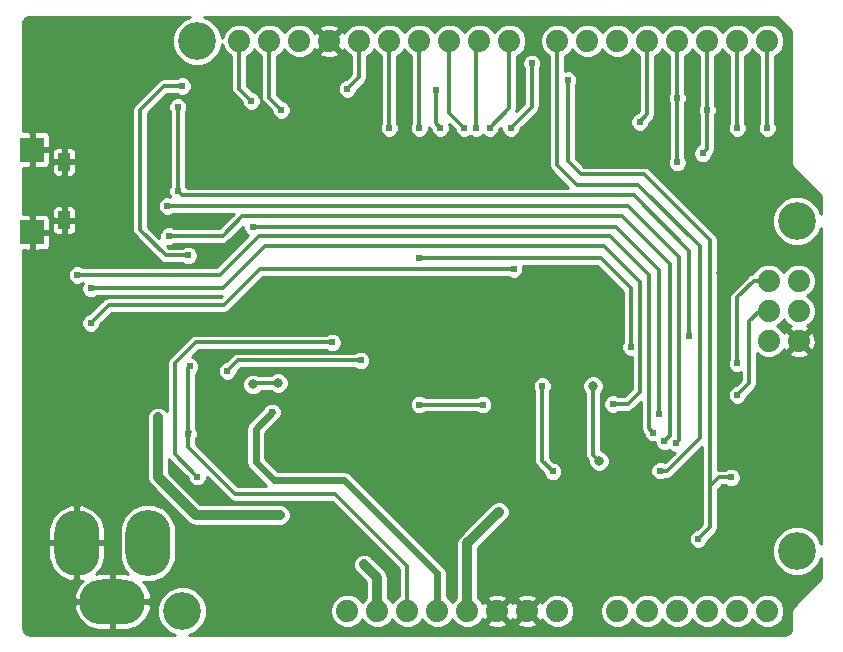
<source format=gbl>
G04 (created by PCBNEW-RS274X (2012-01-19 BZR 3256)-stable) date 2013/3/11 15:33:10*
G01*
G70*
G90*
%MOIN*%
G04 Gerber Fmt 3.4, Leading zero omitted, Abs format*
%FSLAX34Y34*%
G04 APERTURE LIST*
%ADD10C,0.000100*%
%ADD11C,0.074000*%
%ADD12O,0.220000X0.150000*%
%ADD13O,0.150000X0.220000*%
%ADD14C,0.126000*%
%ADD15R,0.081000X0.081000*%
%ADD16R,0.040000X0.060000*%
%ADD17C,0.032000*%
%ADD18C,0.024000*%
%ADD19C,0.025000*%
%ADD20C,0.032000*%
%ADD21C,0.012000*%
%ADD22C,0.024000*%
%ADD23C,0.010000*%
G04 APERTURE END LIST*
G54D10*
G54D11*
X53300Y-40500D03*
X54300Y-40500D03*
X53300Y-41500D03*
X54300Y-41500D03*
X53300Y-42500D03*
X54300Y-42500D03*
G54D12*
X31420Y-51200D03*
G54D13*
X32600Y-49230D03*
X30240Y-49230D03*
G54D14*
X34250Y-32500D03*
X54250Y-38500D03*
X33750Y-51500D03*
X54250Y-49500D03*
G54D11*
X37650Y-32500D03*
X38650Y-32500D03*
X43650Y-32500D03*
X42650Y-32500D03*
X41650Y-32500D03*
X40650Y-32500D03*
X39650Y-32500D03*
X36650Y-32500D03*
X35650Y-32500D03*
X44650Y-32500D03*
X52250Y-32500D03*
X51250Y-32500D03*
X50250Y-32500D03*
X49250Y-32500D03*
X48250Y-32500D03*
X47250Y-32500D03*
X46250Y-32500D03*
X53250Y-32500D03*
X48250Y-51500D03*
X49250Y-51500D03*
X50250Y-51500D03*
X51250Y-51500D03*
X52250Y-51500D03*
X53250Y-51500D03*
X40250Y-51500D03*
X41250Y-51500D03*
X42250Y-51500D03*
X43250Y-51500D03*
X44250Y-51500D03*
X45250Y-51500D03*
X46250Y-51500D03*
X39250Y-51500D03*
G54D15*
X28750Y-36120D03*
X28750Y-38880D03*
G54D16*
X29810Y-36520D03*
X29810Y-38480D03*
G54D17*
X37000Y-48300D03*
X36950Y-43900D03*
X36100Y-43950D03*
X47650Y-46500D03*
X47450Y-44000D03*
X32950Y-46500D03*
X32950Y-45050D03*
X39800Y-49950D03*
X44300Y-48200D03*
G54D18*
X36750Y-44877D03*
X52050Y-47050D03*
X50950Y-49100D03*
X46600Y-33800D03*
X53250Y-35400D03*
X52250Y-35400D03*
X51100Y-36250D03*
X51250Y-34800D03*
X37050Y-34800D03*
X36050Y-34500D03*
X50250Y-34400D03*
X50250Y-36550D03*
X49000Y-35200D03*
X42200Y-34150D03*
X42350Y-35400D03*
X44700Y-35400D03*
X45400Y-33250D03*
X49675Y-46825D03*
X34250Y-47025D03*
X38750Y-42550D03*
X43150Y-35400D03*
X41650Y-39750D03*
X48700Y-42700D03*
X41650Y-35400D03*
X40650Y-35400D03*
X43771Y-44621D03*
X41651Y-44621D03*
X39700Y-43150D03*
X35250Y-43500D03*
X39250Y-34100D03*
X33950Y-39650D03*
X33750Y-34000D03*
X44000Y-35400D03*
X43550Y-35400D03*
X52250Y-43250D03*
X49825Y-45850D03*
X33300Y-39000D03*
X33250Y-38000D03*
X50200Y-45900D03*
X33600Y-34700D03*
X50650Y-42350D03*
X33600Y-37500D03*
X33950Y-45600D03*
X34000Y-43350D03*
X48100Y-44600D03*
X30700Y-40750D03*
X52250Y-44300D03*
X44800Y-40100D03*
X30700Y-41900D03*
X36100Y-38700D03*
X49650Y-44950D03*
X46100Y-46850D03*
X45750Y-44000D03*
G54D17*
X51700Y-40250D03*
X44950Y-48500D03*
X31350Y-36000D03*
X52000Y-48000D03*
X46500Y-45700D03*
X39150Y-44750D03*
X35250Y-48900D03*
X30700Y-32350D03*
X39340Y-46000D03*
X34550Y-45500D03*
X32650Y-43500D03*
X36600Y-40600D03*
X38250Y-51300D03*
X53900Y-46000D03*
X36875Y-45375D03*
G54D19*
X39250Y-49450D03*
G54D17*
X33250Y-37100D03*
G54D18*
X49450Y-45564D03*
X30250Y-40300D03*
G54D20*
X32950Y-47050D02*
X34200Y-48300D01*
X32950Y-47050D02*
X32950Y-46500D01*
X34200Y-48300D02*
X37000Y-48300D01*
G54D21*
X36150Y-43900D02*
X36100Y-43950D01*
X47450Y-44000D02*
X47450Y-46300D01*
X47450Y-46300D02*
X47650Y-46500D01*
G54D20*
X32950Y-46500D02*
X32950Y-45050D01*
X43250Y-51500D02*
X43250Y-49250D01*
X40250Y-51500D02*
X40250Y-50400D01*
X43250Y-49250D02*
X44300Y-48200D01*
X40250Y-50400D02*
X39800Y-49950D01*
G54D21*
X36950Y-43900D02*
X36150Y-43900D01*
G54D22*
X36800Y-47150D02*
X36200Y-46550D01*
X42250Y-50250D02*
X39150Y-47150D01*
X36200Y-45427D02*
X36750Y-44877D01*
X36200Y-46550D02*
X36200Y-45427D01*
X42250Y-51500D02*
X42250Y-50250D01*
X39150Y-47150D02*
X36800Y-47150D01*
G54D21*
X52050Y-47050D02*
X51650Y-47050D01*
X47050Y-36950D02*
X49150Y-36950D01*
X51650Y-47050D02*
X51350Y-47350D01*
X49150Y-36950D02*
X51350Y-39150D01*
X51350Y-47350D02*
X51350Y-48700D01*
X51350Y-48700D02*
X50950Y-49100D01*
X46600Y-33800D02*
X46600Y-36500D01*
X51350Y-39150D02*
X51350Y-47350D01*
X46600Y-36500D02*
X47050Y-36950D01*
X53250Y-32500D02*
X53250Y-35400D01*
X52250Y-32500D02*
X52250Y-35400D01*
X51250Y-34800D02*
X51250Y-36100D01*
X51250Y-36100D02*
X51100Y-36250D01*
X51250Y-32500D02*
X51250Y-34800D01*
X36650Y-34400D02*
X37050Y-34800D01*
X36650Y-34400D02*
X36650Y-32500D01*
X35650Y-34100D02*
X36050Y-34500D01*
X35650Y-34100D02*
X35650Y-32500D01*
X50250Y-32500D02*
X50250Y-34400D01*
X50250Y-34400D02*
X50250Y-36550D01*
X49250Y-34950D02*
X49000Y-35200D01*
X49250Y-32500D02*
X49250Y-34950D01*
X42200Y-34150D02*
X42200Y-35250D01*
X42200Y-35250D02*
X42350Y-35400D01*
X45400Y-34700D02*
X44700Y-35400D01*
X45400Y-33250D02*
X45400Y-34700D01*
X51000Y-39350D02*
X51000Y-45750D01*
X46900Y-37300D02*
X48950Y-37300D01*
X49925Y-46825D02*
X49675Y-46825D01*
X46250Y-36650D02*
X46900Y-37300D01*
X46250Y-32500D02*
X46250Y-36650D01*
X48950Y-37300D02*
X51000Y-39350D01*
X51000Y-45750D02*
X49925Y-46825D01*
X38750Y-42550D02*
X34200Y-42550D01*
X33500Y-46275D02*
X34250Y-47025D01*
X33500Y-43250D02*
X33500Y-46275D01*
X34200Y-42550D02*
X33500Y-43250D01*
X42650Y-34900D02*
X43150Y-35400D01*
X42650Y-32500D02*
X42650Y-34900D01*
X48700Y-40750D02*
X47700Y-39750D01*
X47700Y-39750D02*
X41650Y-39750D01*
X41650Y-32500D02*
X41650Y-35400D01*
X48700Y-42700D02*
X48700Y-40750D01*
X41651Y-44621D02*
X43771Y-44621D01*
X40650Y-32500D02*
X40650Y-35400D01*
X39700Y-43150D02*
X35600Y-43150D01*
X35600Y-43150D02*
X35250Y-43500D01*
X33150Y-34000D02*
X33750Y-34000D01*
X32350Y-34800D02*
X33150Y-34000D01*
X39650Y-33700D02*
X39250Y-34100D01*
X33950Y-39650D02*
X33200Y-39650D01*
X32350Y-38800D02*
X32350Y-34800D01*
X33200Y-39650D02*
X32350Y-38800D01*
X39650Y-32500D02*
X39650Y-33700D01*
X44650Y-32500D02*
X44650Y-34750D01*
X44650Y-34750D02*
X44000Y-35400D01*
X43550Y-32600D02*
X43650Y-32500D01*
X43550Y-35400D02*
X43550Y-32600D01*
X52800Y-40500D02*
X53300Y-40500D01*
X52250Y-41050D02*
X52800Y-40500D01*
X52250Y-43250D02*
X52250Y-41050D01*
X33300Y-39000D02*
X35100Y-39000D01*
X48400Y-38350D02*
X50000Y-39950D01*
X50000Y-39950D02*
X50000Y-45675D01*
X50000Y-45675D02*
X49825Y-45850D01*
X35100Y-39000D02*
X35750Y-38350D01*
X35750Y-38350D02*
X48400Y-38350D01*
X48600Y-38000D02*
X50300Y-39700D01*
X50300Y-39700D02*
X50300Y-45800D01*
X50300Y-45800D02*
X50200Y-45900D01*
X33250Y-38000D02*
X48600Y-38000D01*
X50650Y-39500D02*
X48800Y-37650D01*
X33750Y-37650D02*
X33600Y-37500D01*
X50650Y-42350D02*
X50650Y-39500D01*
X34000Y-45550D02*
X33950Y-45600D01*
X41250Y-50150D02*
X41250Y-51500D01*
X35500Y-47600D02*
X38850Y-47600D01*
X33950Y-45600D02*
X33950Y-46050D01*
X38850Y-47600D02*
X41250Y-50000D01*
X33950Y-46050D02*
X35500Y-47600D01*
X41250Y-50000D02*
X41250Y-50150D01*
X33950Y-43400D02*
X34000Y-43350D01*
X48800Y-37650D02*
X33750Y-37650D01*
X33600Y-34700D02*
X33600Y-37500D01*
X33950Y-45600D02*
X33950Y-43400D01*
X47800Y-39350D02*
X49000Y-40550D01*
X49000Y-40550D02*
X49000Y-43700D01*
X49000Y-43700D02*
X49000Y-44200D01*
X35100Y-40750D02*
X36500Y-39350D01*
X48600Y-44600D02*
X48100Y-44600D01*
X49000Y-44200D02*
X48600Y-44600D01*
X36500Y-39350D02*
X47800Y-39350D01*
X30700Y-40750D02*
X35100Y-40750D01*
X53300Y-41500D02*
X53000Y-41500D01*
X53000Y-41500D02*
X52650Y-41850D01*
X52650Y-43900D02*
X52250Y-44300D01*
X52650Y-41850D02*
X52650Y-43900D01*
X53150Y-41500D02*
X53300Y-41500D01*
X44800Y-40100D02*
X36350Y-40100D01*
X31300Y-41300D02*
X30700Y-41900D01*
X35150Y-41300D02*
X31300Y-41300D01*
X36350Y-40100D02*
X35150Y-41300D01*
X48200Y-38700D02*
X49650Y-40150D01*
X36100Y-38700D02*
X48200Y-38700D01*
X49650Y-40150D02*
X49650Y-44775D01*
X49650Y-44775D02*
X49650Y-44950D01*
X45750Y-44000D02*
X45750Y-46500D01*
X45750Y-46500D02*
X46100Y-46850D01*
X30250Y-40300D02*
X35000Y-40300D01*
X36300Y-39000D02*
X48000Y-39000D01*
X48000Y-39000D02*
X49300Y-40300D01*
X49300Y-40300D02*
X49300Y-45414D01*
X35000Y-40300D02*
X36300Y-39000D01*
X49300Y-45414D02*
X49450Y-45564D01*
G54D10*
G36*
X55050Y-50417D02*
X54109Y-51359D01*
X54065Y-51423D01*
X54050Y-51500D01*
X54050Y-52082D01*
X54031Y-52175D01*
X53989Y-52238D01*
X53925Y-52281D01*
X53831Y-52300D01*
X53820Y-52300D01*
X53820Y-51614D01*
X53820Y-51387D01*
X53733Y-51177D01*
X53573Y-51017D01*
X53364Y-50930D01*
X53137Y-50930D01*
X52927Y-51017D01*
X52767Y-51177D01*
X52749Y-51217D01*
X52733Y-51177D01*
X52573Y-51017D01*
X52364Y-50930D01*
X52137Y-50930D01*
X51927Y-51017D01*
X51767Y-51177D01*
X51749Y-51217D01*
X51733Y-51177D01*
X51573Y-51017D01*
X51364Y-50930D01*
X51137Y-50930D01*
X50927Y-51017D01*
X50767Y-51177D01*
X50749Y-51217D01*
X50733Y-51177D01*
X50573Y-51017D01*
X50364Y-50930D01*
X50137Y-50930D01*
X49927Y-51017D01*
X49767Y-51177D01*
X49749Y-51217D01*
X49733Y-51177D01*
X49573Y-51017D01*
X49364Y-50930D01*
X49137Y-50930D01*
X48927Y-51017D01*
X48767Y-51177D01*
X48749Y-51217D01*
X48733Y-51177D01*
X48573Y-51017D01*
X48364Y-50930D01*
X48137Y-50930D01*
X48010Y-50982D01*
X48010Y-46572D01*
X48010Y-46429D01*
X47955Y-46297D01*
X47854Y-46195D01*
X47722Y-46140D01*
X47710Y-46140D01*
X47710Y-44248D01*
X47755Y-44204D01*
X47810Y-44072D01*
X47810Y-43929D01*
X47755Y-43797D01*
X47654Y-43695D01*
X47522Y-43640D01*
X47379Y-43640D01*
X47247Y-43695D01*
X47145Y-43796D01*
X47090Y-43928D01*
X47090Y-44071D01*
X47145Y-44203D01*
X47190Y-44248D01*
X47190Y-46300D01*
X47210Y-46400D01*
X47266Y-46484D01*
X47290Y-46507D01*
X47290Y-46571D01*
X47345Y-46703D01*
X47446Y-46805D01*
X47578Y-46860D01*
X47721Y-46860D01*
X47853Y-46805D01*
X47955Y-46704D01*
X48010Y-46572D01*
X48010Y-50982D01*
X47927Y-51017D01*
X47767Y-51177D01*
X47680Y-51386D01*
X47680Y-51613D01*
X47767Y-51823D01*
X47927Y-51983D01*
X48136Y-52070D01*
X48363Y-52070D01*
X48573Y-51983D01*
X48733Y-51823D01*
X48750Y-51782D01*
X48767Y-51823D01*
X48927Y-51983D01*
X49136Y-52070D01*
X49363Y-52070D01*
X49573Y-51983D01*
X49733Y-51823D01*
X49750Y-51782D01*
X49767Y-51823D01*
X49927Y-51983D01*
X50136Y-52070D01*
X50363Y-52070D01*
X50573Y-51983D01*
X50733Y-51823D01*
X50750Y-51782D01*
X50767Y-51823D01*
X50927Y-51983D01*
X51136Y-52070D01*
X51363Y-52070D01*
X51573Y-51983D01*
X51733Y-51823D01*
X51750Y-51782D01*
X51767Y-51823D01*
X51927Y-51983D01*
X52136Y-52070D01*
X52363Y-52070D01*
X52573Y-51983D01*
X52733Y-51823D01*
X52750Y-51782D01*
X52767Y-51823D01*
X52927Y-51983D01*
X53136Y-52070D01*
X53363Y-52070D01*
X53573Y-51983D01*
X53733Y-51823D01*
X53820Y-51614D01*
X53820Y-52300D01*
X46820Y-52300D01*
X46820Y-51614D01*
X46820Y-51387D01*
X46733Y-51177D01*
X46573Y-51017D01*
X46420Y-50953D01*
X46420Y-46914D01*
X46420Y-46787D01*
X46372Y-46669D01*
X46282Y-46579D01*
X46164Y-46530D01*
X46148Y-46530D01*
X46010Y-46392D01*
X46010Y-44193D01*
X46021Y-44182D01*
X46070Y-44064D01*
X46070Y-43937D01*
X46022Y-43819D01*
X45932Y-43729D01*
X45814Y-43680D01*
X45687Y-43680D01*
X45569Y-43728D01*
X45479Y-43818D01*
X45430Y-43936D01*
X45430Y-44063D01*
X45478Y-44181D01*
X45490Y-44193D01*
X45490Y-46500D01*
X45510Y-46600D01*
X45566Y-46684D01*
X45780Y-46898D01*
X45780Y-46913D01*
X45828Y-47031D01*
X45918Y-47121D01*
X46036Y-47170D01*
X46163Y-47170D01*
X46281Y-47122D01*
X46371Y-47032D01*
X46420Y-46914D01*
X46420Y-50953D01*
X46364Y-50930D01*
X46137Y-50930D01*
X45927Y-51017D01*
X45767Y-51177D01*
X45746Y-51226D01*
X45738Y-51207D01*
X45651Y-51170D01*
X45580Y-51241D01*
X45580Y-51099D01*
X45543Y-51012D01*
X45333Y-50937D01*
X45111Y-50948D01*
X44957Y-51012D01*
X44920Y-51099D01*
X45250Y-51429D01*
X45580Y-51099D01*
X45580Y-51241D01*
X45321Y-51500D01*
X45651Y-51830D01*
X45738Y-51793D01*
X45745Y-51771D01*
X45767Y-51823D01*
X45927Y-51983D01*
X46136Y-52070D01*
X46363Y-52070D01*
X46573Y-51983D01*
X46733Y-51823D01*
X46820Y-51614D01*
X46820Y-52300D01*
X45580Y-52300D01*
X45580Y-51901D01*
X45250Y-51571D01*
X45179Y-51642D01*
X45179Y-51500D01*
X44849Y-51170D01*
X44762Y-51207D01*
X44750Y-51238D01*
X44738Y-51207D01*
X44660Y-51173D01*
X44660Y-48272D01*
X44660Y-48201D01*
X44660Y-48129D01*
X44632Y-48063D01*
X44605Y-47997D01*
X44554Y-47946D01*
X44504Y-47895D01*
X44372Y-47840D01*
X44299Y-47840D01*
X44229Y-47840D01*
X44162Y-47867D01*
X44161Y-47868D01*
X44159Y-47868D01*
X44097Y-47895D01*
X44091Y-47900D01*
X44091Y-44685D01*
X44091Y-44558D01*
X44043Y-44440D01*
X43953Y-44350D01*
X43835Y-44301D01*
X43708Y-44301D01*
X43590Y-44349D01*
X43578Y-44361D01*
X41844Y-44361D01*
X41833Y-44350D01*
X41715Y-44301D01*
X41588Y-44301D01*
X41470Y-44349D01*
X41380Y-44439D01*
X41331Y-44557D01*
X41331Y-44684D01*
X41379Y-44802D01*
X41469Y-44892D01*
X41587Y-44941D01*
X41714Y-44941D01*
X41832Y-44893D01*
X41844Y-44881D01*
X43578Y-44881D01*
X43589Y-44892D01*
X43707Y-44941D01*
X43834Y-44941D01*
X43952Y-44893D01*
X44042Y-44803D01*
X44091Y-44685D01*
X44091Y-47900D01*
X44046Y-47944D01*
X44045Y-47946D01*
X42995Y-48995D01*
X42917Y-49112D01*
X42889Y-49250D01*
X42890Y-49254D01*
X42890Y-51054D01*
X42767Y-51177D01*
X42749Y-51217D01*
X42733Y-51177D01*
X42573Y-51017D01*
X42570Y-51015D01*
X42570Y-50250D01*
X42546Y-50128D01*
X42546Y-50127D01*
X42476Y-50024D01*
X40020Y-47568D01*
X40020Y-43214D01*
X40020Y-43087D01*
X39972Y-42969D01*
X39882Y-42879D01*
X39764Y-42830D01*
X39637Y-42830D01*
X39519Y-42878D01*
X39507Y-42890D01*
X35600Y-42890D01*
X35599Y-42890D01*
X35579Y-42894D01*
X35501Y-42910D01*
X35416Y-42966D01*
X35415Y-42966D01*
X35415Y-42967D01*
X35202Y-43180D01*
X35187Y-43180D01*
X35069Y-43228D01*
X34979Y-43318D01*
X34930Y-43436D01*
X34930Y-43563D01*
X34978Y-43681D01*
X35068Y-43771D01*
X35186Y-43820D01*
X35313Y-43820D01*
X35431Y-43772D01*
X35521Y-43682D01*
X35570Y-43564D01*
X35570Y-43548D01*
X35708Y-43410D01*
X39507Y-43410D01*
X39518Y-43421D01*
X39636Y-43470D01*
X39763Y-43470D01*
X39881Y-43422D01*
X39971Y-43332D01*
X40020Y-43214D01*
X40020Y-47568D01*
X39376Y-46924D01*
X39273Y-46854D01*
X39150Y-46830D01*
X37310Y-46830D01*
X37310Y-43972D01*
X37310Y-43829D01*
X37255Y-43697D01*
X37154Y-43595D01*
X37022Y-43540D01*
X36879Y-43540D01*
X36747Y-43595D01*
X36701Y-43640D01*
X36292Y-43640D01*
X36172Y-43590D01*
X36029Y-43590D01*
X35897Y-43645D01*
X35795Y-43746D01*
X35740Y-43878D01*
X35740Y-44021D01*
X35795Y-44153D01*
X35896Y-44255D01*
X36028Y-44310D01*
X36171Y-44310D01*
X36303Y-44255D01*
X36398Y-44160D01*
X36701Y-44160D01*
X36746Y-44205D01*
X36878Y-44260D01*
X37021Y-44260D01*
X37153Y-44205D01*
X37255Y-44104D01*
X37310Y-43972D01*
X37310Y-46830D01*
X36932Y-46830D01*
X36520Y-46417D01*
X36520Y-45559D01*
X36930Y-45149D01*
X36931Y-45149D01*
X36976Y-45104D01*
X37021Y-45059D01*
X37045Y-45001D01*
X37070Y-44941D01*
X37070Y-44814D01*
X37022Y-44696D01*
X36932Y-44606D01*
X36814Y-44557D01*
X36687Y-44557D01*
X36569Y-44605D01*
X36523Y-44651D01*
X36479Y-44695D01*
X36478Y-44695D01*
X35974Y-45201D01*
X35904Y-45304D01*
X35880Y-45427D01*
X35880Y-46550D01*
X35904Y-46673D01*
X35974Y-46776D01*
X36537Y-47340D01*
X35608Y-47340D01*
X34210Y-45942D01*
X34210Y-45793D01*
X34221Y-45782D01*
X34270Y-45664D01*
X34270Y-45537D01*
X34243Y-45471D01*
X34239Y-45451D01*
X34228Y-45435D01*
X34222Y-45419D01*
X34210Y-45407D01*
X34210Y-43593D01*
X34271Y-43532D01*
X34320Y-43414D01*
X34320Y-43287D01*
X34272Y-43169D01*
X34182Y-43079D01*
X34080Y-43037D01*
X34308Y-42810D01*
X38557Y-42810D01*
X38568Y-42821D01*
X38686Y-42870D01*
X38813Y-42870D01*
X38931Y-42822D01*
X39021Y-42732D01*
X39070Y-42614D01*
X39070Y-42487D01*
X39022Y-42369D01*
X38932Y-42279D01*
X38814Y-42230D01*
X38687Y-42230D01*
X38569Y-42278D01*
X38557Y-42290D01*
X34200Y-42290D01*
X34199Y-42290D01*
X34179Y-42294D01*
X34101Y-42310D01*
X34016Y-42366D01*
X34015Y-42366D01*
X34015Y-42367D01*
X33316Y-43066D01*
X33260Y-43150D01*
X33240Y-43250D01*
X33240Y-44831D01*
X33208Y-44799D01*
X33205Y-44795D01*
X33200Y-44792D01*
X33154Y-44745D01*
X33090Y-44718D01*
X33088Y-44717D01*
X33085Y-44716D01*
X33022Y-44690D01*
X32950Y-44690D01*
X32879Y-44690D01*
X32816Y-44716D01*
X32812Y-44717D01*
X32808Y-44719D01*
X32747Y-44745D01*
X32699Y-44791D01*
X32695Y-44795D01*
X32692Y-44799D01*
X32645Y-44846D01*
X32618Y-44910D01*
X32617Y-44912D01*
X32616Y-44914D01*
X32590Y-44978D01*
X32590Y-45050D01*
X32590Y-45121D01*
X32590Y-46428D01*
X32590Y-46500D01*
X32590Y-46571D01*
X32590Y-47045D01*
X32589Y-47050D01*
X32617Y-47188D01*
X32695Y-47305D01*
X33943Y-48552D01*
X33945Y-48555D01*
X34062Y-48633D01*
X34199Y-48660D01*
X34199Y-48659D01*
X34200Y-48660D01*
X36928Y-48660D01*
X37000Y-48660D01*
X37071Y-48660D01*
X37133Y-48633D01*
X37138Y-48633D01*
X37141Y-48630D01*
X37203Y-48605D01*
X37250Y-48558D01*
X37255Y-48555D01*
X37257Y-48550D01*
X37305Y-48504D01*
X37331Y-48440D01*
X37333Y-48438D01*
X37333Y-48435D01*
X37360Y-48372D01*
X37360Y-48300D01*
X37360Y-48229D01*
X37333Y-48166D01*
X37333Y-48162D01*
X37330Y-48158D01*
X37305Y-48097D01*
X37258Y-48049D01*
X37255Y-48045D01*
X37250Y-48042D01*
X37204Y-47995D01*
X37140Y-47968D01*
X37138Y-47967D01*
X37135Y-47966D01*
X37072Y-47940D01*
X37000Y-47940D01*
X36929Y-47940D01*
X34349Y-47940D01*
X33310Y-46900D01*
X33310Y-46572D01*
X33310Y-46500D01*
X33310Y-46450D01*
X33316Y-46459D01*
X33930Y-47072D01*
X33930Y-47088D01*
X33978Y-47206D01*
X34068Y-47296D01*
X34186Y-47345D01*
X34313Y-47345D01*
X34431Y-47297D01*
X34521Y-47207D01*
X34570Y-47089D01*
X34570Y-47038D01*
X35316Y-47784D01*
X35400Y-47840D01*
X35401Y-47840D01*
X35500Y-47860D01*
X38742Y-47860D01*
X40990Y-50108D01*
X40990Y-50150D01*
X40990Y-50990D01*
X40927Y-51017D01*
X40767Y-51177D01*
X40749Y-51217D01*
X40733Y-51177D01*
X40610Y-51054D01*
X40610Y-50400D01*
X40583Y-50262D01*
X40505Y-50145D01*
X40502Y-50143D01*
X40055Y-49695D01*
X40050Y-49692D01*
X40004Y-49645D01*
X39940Y-49618D01*
X39938Y-49617D01*
X39935Y-49616D01*
X39872Y-49590D01*
X39804Y-49590D01*
X39800Y-49589D01*
X39795Y-49590D01*
X39729Y-49590D01*
X39666Y-49616D01*
X39662Y-49617D01*
X39658Y-49619D01*
X39597Y-49645D01*
X39549Y-49691D01*
X39545Y-49695D01*
X39542Y-49699D01*
X39495Y-49746D01*
X39468Y-49810D01*
X39467Y-49812D01*
X39466Y-49814D01*
X39440Y-49878D01*
X39440Y-49945D01*
X39439Y-49950D01*
X39440Y-49954D01*
X39440Y-50021D01*
X39466Y-50083D01*
X39467Y-50088D01*
X39469Y-50091D01*
X39495Y-50153D01*
X39541Y-50200D01*
X39545Y-50205D01*
X39596Y-50255D01*
X39890Y-50549D01*
X39890Y-51054D01*
X39767Y-51177D01*
X39749Y-51217D01*
X39733Y-51177D01*
X39573Y-51017D01*
X39364Y-50930D01*
X39137Y-50930D01*
X38927Y-51017D01*
X38767Y-51177D01*
X38680Y-51386D01*
X38680Y-51613D01*
X38767Y-51823D01*
X38927Y-51983D01*
X39136Y-52070D01*
X39363Y-52070D01*
X39573Y-51983D01*
X39733Y-51823D01*
X39750Y-51782D01*
X39767Y-51823D01*
X39927Y-51983D01*
X40136Y-52070D01*
X40363Y-52070D01*
X40573Y-51983D01*
X40733Y-51823D01*
X40750Y-51782D01*
X40767Y-51823D01*
X40927Y-51983D01*
X41136Y-52070D01*
X41363Y-52070D01*
X41573Y-51983D01*
X41733Y-51823D01*
X41750Y-51782D01*
X41767Y-51823D01*
X41927Y-51983D01*
X42136Y-52070D01*
X42363Y-52070D01*
X42573Y-51983D01*
X42733Y-51823D01*
X42750Y-51782D01*
X42767Y-51823D01*
X42927Y-51983D01*
X43136Y-52070D01*
X43363Y-52070D01*
X43573Y-51983D01*
X43733Y-51823D01*
X43753Y-51773D01*
X43762Y-51793D01*
X43849Y-51830D01*
X44179Y-51500D01*
X43849Y-51170D01*
X43762Y-51207D01*
X43754Y-51228D01*
X43733Y-51177D01*
X43610Y-51054D01*
X43610Y-49399D01*
X44503Y-48505D01*
X44554Y-48455D01*
X44555Y-48453D01*
X44605Y-48404D01*
X44632Y-48339D01*
X44660Y-48272D01*
X44660Y-51173D01*
X44651Y-51170D01*
X44580Y-51241D01*
X44580Y-51099D01*
X44543Y-51012D01*
X44333Y-50937D01*
X44111Y-50948D01*
X43957Y-51012D01*
X43920Y-51099D01*
X44250Y-51429D01*
X44580Y-51099D01*
X44580Y-51241D01*
X44321Y-51500D01*
X44651Y-51830D01*
X44738Y-51793D01*
X44749Y-51761D01*
X44762Y-51793D01*
X44849Y-51830D01*
X45179Y-51500D01*
X45179Y-51642D01*
X44920Y-51901D01*
X44957Y-51988D01*
X45167Y-52063D01*
X45389Y-52052D01*
X45543Y-51988D01*
X45580Y-51901D01*
X45580Y-52300D01*
X44580Y-52300D01*
X44580Y-51901D01*
X44250Y-51571D01*
X43920Y-51901D01*
X43957Y-51988D01*
X44167Y-52063D01*
X44389Y-52052D01*
X44543Y-51988D01*
X44580Y-51901D01*
X44580Y-52300D01*
X33986Y-52300D01*
X34219Y-52204D01*
X34453Y-51971D01*
X34580Y-51666D01*
X34580Y-51336D01*
X34454Y-51031D01*
X34221Y-50797D01*
X33916Y-50670D01*
X33586Y-50670D01*
X33532Y-50692D01*
X33532Y-49791D01*
X33532Y-49420D01*
X33532Y-48670D01*
X33390Y-48327D01*
X33128Y-48065D01*
X32786Y-47923D01*
X32415Y-47923D01*
X32072Y-48065D01*
X31810Y-48327D01*
X31668Y-48669D01*
X31668Y-49040D01*
X31668Y-49790D01*
X31810Y-50133D01*
X31943Y-50266D01*
X31895Y-50250D01*
X31470Y-50250D01*
X31470Y-51150D01*
X32668Y-51150D01*
X32699Y-51002D01*
X32696Y-50951D01*
X32530Y-50616D01*
X32439Y-50537D01*
X32785Y-50537D01*
X33128Y-50395D01*
X33390Y-50133D01*
X33532Y-49791D01*
X33532Y-50692D01*
X33281Y-50796D01*
X33047Y-51029D01*
X32920Y-51334D01*
X32920Y-51664D01*
X33046Y-51969D01*
X33279Y-52203D01*
X33511Y-52300D01*
X32699Y-52300D01*
X32699Y-51398D01*
X32668Y-51250D01*
X31470Y-51250D01*
X31470Y-52150D01*
X31895Y-52150D01*
X32249Y-52030D01*
X32530Y-51784D01*
X32696Y-51449D01*
X32699Y-51398D01*
X32699Y-52300D01*
X31370Y-52300D01*
X31370Y-52150D01*
X31370Y-51250D01*
X31370Y-51150D01*
X31370Y-50250D01*
X30945Y-50250D01*
X30884Y-50270D01*
X31070Y-50059D01*
X31190Y-49705D01*
X31190Y-49280D01*
X31190Y-49180D01*
X31190Y-48755D01*
X31070Y-48401D01*
X30824Y-48120D01*
X30489Y-47954D01*
X30438Y-47951D01*
X30290Y-47982D01*
X30290Y-49180D01*
X31190Y-49180D01*
X31190Y-49280D01*
X30290Y-49280D01*
X30290Y-50478D01*
X30433Y-50508D01*
X30310Y-50616D01*
X30190Y-50858D01*
X30190Y-50478D01*
X30190Y-49280D01*
X30190Y-49180D01*
X30190Y-47982D01*
X30042Y-47951D01*
X29991Y-47954D01*
X29760Y-48068D01*
X29760Y-38930D01*
X29760Y-38530D01*
X29760Y-38430D01*
X29760Y-38030D01*
X29760Y-36970D01*
X29760Y-36570D01*
X29760Y-36470D01*
X29760Y-36070D01*
X29710Y-36020D01*
X29649Y-36021D01*
X29570Y-36021D01*
X29497Y-36052D01*
X29441Y-36108D01*
X29411Y-36181D01*
X29410Y-36420D01*
X29460Y-36470D01*
X29760Y-36470D01*
X29760Y-36570D01*
X29460Y-36570D01*
X29410Y-36620D01*
X29411Y-36859D01*
X29441Y-36932D01*
X29497Y-36988D01*
X29570Y-37019D01*
X29649Y-37019D01*
X29710Y-37020D01*
X29760Y-36970D01*
X29760Y-38030D01*
X29710Y-37980D01*
X29649Y-37981D01*
X29570Y-37981D01*
X29497Y-38012D01*
X29441Y-38068D01*
X29411Y-38141D01*
X29410Y-38380D01*
X29460Y-38430D01*
X29760Y-38430D01*
X29760Y-38530D01*
X29460Y-38530D01*
X29410Y-38580D01*
X29411Y-38819D01*
X29441Y-38892D01*
X29497Y-38948D01*
X29570Y-38979D01*
X29649Y-38979D01*
X29710Y-38980D01*
X29760Y-38930D01*
X29760Y-48068D01*
X29656Y-48120D01*
X29410Y-48401D01*
X29355Y-48563D01*
X29355Y-38980D01*
X29355Y-38780D01*
X29355Y-36220D01*
X29355Y-36020D01*
X29354Y-35676D01*
X29324Y-35603D01*
X29268Y-35547D01*
X29195Y-35516D01*
X29116Y-35516D01*
X28850Y-35515D01*
X28800Y-35565D01*
X28800Y-36070D01*
X29305Y-36070D01*
X29355Y-36020D01*
X29355Y-36220D01*
X29305Y-36170D01*
X28800Y-36170D01*
X28800Y-36675D01*
X28850Y-36725D01*
X29116Y-36724D01*
X29195Y-36724D01*
X29268Y-36693D01*
X29324Y-36637D01*
X29354Y-36564D01*
X29355Y-36220D01*
X29355Y-38780D01*
X29354Y-38436D01*
X29324Y-38363D01*
X29268Y-38307D01*
X29195Y-38276D01*
X29116Y-38276D01*
X28850Y-38275D01*
X28800Y-38325D01*
X28800Y-38830D01*
X29305Y-38830D01*
X29355Y-38780D01*
X29355Y-38980D01*
X29305Y-38930D01*
X28800Y-38930D01*
X28800Y-39435D01*
X28850Y-39485D01*
X29116Y-39484D01*
X29195Y-39484D01*
X29268Y-39453D01*
X29324Y-39397D01*
X29354Y-39324D01*
X29355Y-38980D01*
X29355Y-48563D01*
X29290Y-48755D01*
X29290Y-49180D01*
X30190Y-49180D01*
X30190Y-49280D01*
X29290Y-49280D01*
X29290Y-49705D01*
X29410Y-50059D01*
X29656Y-50340D01*
X29991Y-50506D01*
X30042Y-50509D01*
X30190Y-50478D01*
X30190Y-50858D01*
X30144Y-50951D01*
X30141Y-51002D01*
X30172Y-51150D01*
X31370Y-51150D01*
X31370Y-51250D01*
X30172Y-51250D01*
X30141Y-51398D01*
X30144Y-51449D01*
X30310Y-51784D01*
X30591Y-52030D01*
X30945Y-52150D01*
X31370Y-52150D01*
X31370Y-52300D01*
X28667Y-52300D01*
X28574Y-52281D01*
X28511Y-52239D01*
X28468Y-52175D01*
X28450Y-52081D01*
X28450Y-39484D01*
X28650Y-39485D01*
X28700Y-39435D01*
X28700Y-38980D01*
X28700Y-38930D01*
X28700Y-38830D01*
X28700Y-38780D01*
X28700Y-38325D01*
X28650Y-38275D01*
X28450Y-38275D01*
X28450Y-36724D01*
X28650Y-36725D01*
X28700Y-36675D01*
X28700Y-36220D01*
X28700Y-36170D01*
X28700Y-36070D01*
X28700Y-36020D01*
X28700Y-35565D01*
X28650Y-35515D01*
X28450Y-35515D01*
X28450Y-31884D01*
X28477Y-31800D01*
X28528Y-31742D01*
X28596Y-31708D01*
X28700Y-31700D01*
X28714Y-31700D01*
X34013Y-31700D01*
X33781Y-31796D01*
X33547Y-32029D01*
X33420Y-32334D01*
X33420Y-32664D01*
X33546Y-32969D01*
X33779Y-33203D01*
X34084Y-33330D01*
X34414Y-33330D01*
X34719Y-33204D01*
X34953Y-32971D01*
X35080Y-32666D01*
X35080Y-32613D01*
X35167Y-32823D01*
X35327Y-32983D01*
X35390Y-33009D01*
X35390Y-34100D01*
X35410Y-34200D01*
X35466Y-34284D01*
X35730Y-34547D01*
X35730Y-34563D01*
X35778Y-34681D01*
X35868Y-34771D01*
X35986Y-34820D01*
X36113Y-34820D01*
X36231Y-34772D01*
X36321Y-34682D01*
X36370Y-34564D01*
X36370Y-34437D01*
X36322Y-34319D01*
X36232Y-34229D01*
X36114Y-34180D01*
X36097Y-34180D01*
X35910Y-33992D01*
X35910Y-33009D01*
X35973Y-32983D01*
X36133Y-32823D01*
X36150Y-32782D01*
X36167Y-32823D01*
X36327Y-32983D01*
X36390Y-33009D01*
X36390Y-34400D01*
X36410Y-34500D01*
X36466Y-34584D01*
X36730Y-34847D01*
X36730Y-34863D01*
X36778Y-34981D01*
X36868Y-35071D01*
X36986Y-35120D01*
X37113Y-35120D01*
X37231Y-35072D01*
X37321Y-34982D01*
X37370Y-34864D01*
X37370Y-34737D01*
X37322Y-34619D01*
X37232Y-34529D01*
X37114Y-34480D01*
X37097Y-34480D01*
X36910Y-34292D01*
X36910Y-33009D01*
X36973Y-32983D01*
X37133Y-32823D01*
X37150Y-32782D01*
X37167Y-32823D01*
X37327Y-32983D01*
X37536Y-33070D01*
X37763Y-33070D01*
X37973Y-32983D01*
X38133Y-32823D01*
X38153Y-32773D01*
X38162Y-32793D01*
X38249Y-32830D01*
X38579Y-32500D01*
X38249Y-32170D01*
X38162Y-32207D01*
X38154Y-32228D01*
X38133Y-32177D01*
X37973Y-32017D01*
X37764Y-31930D01*
X37537Y-31930D01*
X37327Y-32017D01*
X37167Y-32177D01*
X37149Y-32217D01*
X37133Y-32177D01*
X36973Y-32017D01*
X36764Y-31930D01*
X36537Y-31930D01*
X36327Y-32017D01*
X36167Y-32177D01*
X36149Y-32217D01*
X36133Y-32177D01*
X35973Y-32017D01*
X35764Y-31930D01*
X35537Y-31930D01*
X35327Y-32017D01*
X35167Y-32177D01*
X35080Y-32386D01*
X35080Y-32336D01*
X34954Y-32031D01*
X34721Y-31797D01*
X34488Y-31700D01*
X53567Y-31700D01*
X54050Y-32182D01*
X54050Y-36600D01*
X54065Y-36677D01*
X54109Y-36741D01*
X55050Y-37682D01*
X55050Y-38263D01*
X54954Y-38031D01*
X54721Y-37797D01*
X54416Y-37670D01*
X54086Y-37670D01*
X53820Y-37779D01*
X53820Y-32614D01*
X53820Y-32387D01*
X53733Y-32177D01*
X53573Y-32017D01*
X53364Y-31930D01*
X53137Y-31930D01*
X52927Y-32017D01*
X52767Y-32177D01*
X52749Y-32217D01*
X52733Y-32177D01*
X52573Y-32017D01*
X52364Y-31930D01*
X52137Y-31930D01*
X51927Y-32017D01*
X51767Y-32177D01*
X51749Y-32217D01*
X51733Y-32177D01*
X51573Y-32017D01*
X51364Y-31930D01*
X51137Y-31930D01*
X50927Y-32017D01*
X50767Y-32177D01*
X50749Y-32217D01*
X50733Y-32177D01*
X50573Y-32017D01*
X50364Y-31930D01*
X50137Y-31930D01*
X49927Y-32017D01*
X49767Y-32177D01*
X49749Y-32217D01*
X49733Y-32177D01*
X49573Y-32017D01*
X49364Y-31930D01*
X49137Y-31930D01*
X48927Y-32017D01*
X48767Y-32177D01*
X48749Y-32217D01*
X48733Y-32177D01*
X48573Y-32017D01*
X48364Y-31930D01*
X48137Y-31930D01*
X47927Y-32017D01*
X47767Y-32177D01*
X47749Y-32217D01*
X47733Y-32177D01*
X47573Y-32017D01*
X47364Y-31930D01*
X47137Y-31930D01*
X46927Y-32017D01*
X46767Y-32177D01*
X46749Y-32217D01*
X46733Y-32177D01*
X46573Y-32017D01*
X46364Y-31930D01*
X46137Y-31930D01*
X45927Y-32017D01*
X45767Y-32177D01*
X45680Y-32386D01*
X45680Y-32613D01*
X45767Y-32823D01*
X45927Y-32983D01*
X45990Y-33009D01*
X45990Y-36650D01*
X46010Y-36750D01*
X46066Y-36834D01*
X46622Y-37390D01*
X45720Y-37390D01*
X45720Y-33314D01*
X45720Y-33187D01*
X45672Y-33069D01*
X45582Y-32979D01*
X45464Y-32930D01*
X45337Y-32930D01*
X45219Y-32978D01*
X45129Y-33068D01*
X45080Y-33186D01*
X45080Y-33313D01*
X45128Y-33431D01*
X45140Y-33443D01*
X45140Y-34592D01*
X44892Y-34840D01*
X44910Y-34750D01*
X44910Y-33009D01*
X44973Y-32983D01*
X45133Y-32823D01*
X45220Y-32614D01*
X45220Y-32387D01*
X45133Y-32177D01*
X44973Y-32017D01*
X44764Y-31930D01*
X44537Y-31930D01*
X44327Y-32017D01*
X44167Y-32177D01*
X44149Y-32217D01*
X44133Y-32177D01*
X43973Y-32017D01*
X43764Y-31930D01*
X43537Y-31930D01*
X43327Y-32017D01*
X43167Y-32177D01*
X43149Y-32217D01*
X43133Y-32177D01*
X42973Y-32017D01*
X42764Y-31930D01*
X42537Y-31930D01*
X42327Y-32017D01*
X42167Y-32177D01*
X42149Y-32217D01*
X42133Y-32177D01*
X41973Y-32017D01*
X41764Y-31930D01*
X41537Y-31930D01*
X41327Y-32017D01*
X41167Y-32177D01*
X41149Y-32217D01*
X41133Y-32177D01*
X40973Y-32017D01*
X40764Y-31930D01*
X40537Y-31930D01*
X40327Y-32017D01*
X40167Y-32177D01*
X40149Y-32217D01*
X40133Y-32177D01*
X39973Y-32017D01*
X39764Y-31930D01*
X39537Y-31930D01*
X39327Y-32017D01*
X39167Y-32177D01*
X39146Y-32226D01*
X39138Y-32207D01*
X39051Y-32170D01*
X38980Y-32241D01*
X38980Y-32099D01*
X38943Y-32012D01*
X38733Y-31937D01*
X38511Y-31948D01*
X38357Y-32012D01*
X38320Y-32099D01*
X38650Y-32429D01*
X38980Y-32099D01*
X38980Y-32241D01*
X38721Y-32500D01*
X39051Y-32830D01*
X39138Y-32793D01*
X39145Y-32771D01*
X39167Y-32823D01*
X39327Y-32983D01*
X39390Y-33009D01*
X39390Y-33592D01*
X39202Y-33780D01*
X39187Y-33780D01*
X39069Y-33828D01*
X38980Y-33917D01*
X38980Y-32901D01*
X38650Y-32571D01*
X38320Y-32901D01*
X38357Y-32988D01*
X38567Y-33063D01*
X38789Y-33052D01*
X38943Y-32988D01*
X38980Y-32901D01*
X38980Y-33917D01*
X38979Y-33918D01*
X38930Y-34036D01*
X38930Y-34163D01*
X38978Y-34281D01*
X39068Y-34371D01*
X39186Y-34420D01*
X39313Y-34420D01*
X39431Y-34372D01*
X39521Y-34282D01*
X39570Y-34164D01*
X39570Y-34147D01*
X39831Y-33885D01*
X39833Y-33884D01*
X39834Y-33884D01*
X39889Y-33800D01*
X39890Y-33799D01*
X39910Y-33700D01*
X39910Y-33009D01*
X39973Y-32983D01*
X40133Y-32823D01*
X40150Y-32782D01*
X40167Y-32823D01*
X40327Y-32983D01*
X40390Y-33009D01*
X40390Y-35207D01*
X40379Y-35218D01*
X40330Y-35336D01*
X40330Y-35463D01*
X40378Y-35581D01*
X40468Y-35671D01*
X40586Y-35720D01*
X40713Y-35720D01*
X40831Y-35672D01*
X40921Y-35582D01*
X40970Y-35464D01*
X40970Y-35337D01*
X40922Y-35219D01*
X40910Y-35207D01*
X40910Y-33009D01*
X40973Y-32983D01*
X41133Y-32823D01*
X41150Y-32782D01*
X41167Y-32823D01*
X41327Y-32983D01*
X41390Y-33009D01*
X41390Y-35207D01*
X41379Y-35218D01*
X41330Y-35336D01*
X41330Y-35463D01*
X41378Y-35581D01*
X41468Y-35671D01*
X41586Y-35720D01*
X41713Y-35720D01*
X41831Y-35672D01*
X41921Y-35582D01*
X41970Y-35464D01*
X41970Y-35365D01*
X42016Y-35434D01*
X42030Y-35448D01*
X42030Y-35463D01*
X42078Y-35581D01*
X42168Y-35671D01*
X42286Y-35720D01*
X42413Y-35720D01*
X42531Y-35672D01*
X42621Y-35582D01*
X42670Y-35464D01*
X42670Y-35337D01*
X42636Y-35254D01*
X42830Y-35448D01*
X42830Y-35463D01*
X42878Y-35581D01*
X42968Y-35671D01*
X43086Y-35720D01*
X43213Y-35720D01*
X43331Y-35672D01*
X43350Y-35653D01*
X43368Y-35671D01*
X43486Y-35720D01*
X43613Y-35720D01*
X43731Y-35672D01*
X43775Y-35628D01*
X43818Y-35671D01*
X43936Y-35720D01*
X44063Y-35720D01*
X44181Y-35672D01*
X44271Y-35582D01*
X44320Y-35464D01*
X44320Y-35448D01*
X44380Y-35388D01*
X44380Y-35463D01*
X44428Y-35581D01*
X44518Y-35671D01*
X44636Y-35720D01*
X44763Y-35720D01*
X44881Y-35672D01*
X44971Y-35582D01*
X45020Y-35464D01*
X45020Y-35448D01*
X45583Y-34885D01*
X45583Y-34884D01*
X45584Y-34884D01*
X45639Y-34800D01*
X45640Y-34799D01*
X45655Y-34721D01*
X45660Y-34701D01*
X45659Y-34700D01*
X45660Y-34700D01*
X45660Y-33443D01*
X45671Y-33432D01*
X45720Y-33314D01*
X45720Y-37390D01*
X33900Y-37390D01*
X33872Y-37319D01*
X33860Y-37307D01*
X33860Y-34893D01*
X33871Y-34882D01*
X33920Y-34764D01*
X33920Y-34637D01*
X33872Y-34519D01*
X33782Y-34429D01*
X33664Y-34380D01*
X33537Y-34380D01*
X33419Y-34428D01*
X33329Y-34518D01*
X33280Y-34636D01*
X33280Y-34763D01*
X33328Y-34881D01*
X33340Y-34893D01*
X33340Y-37307D01*
X33329Y-37318D01*
X33280Y-37436D01*
X33280Y-37563D01*
X33328Y-37681D01*
X33336Y-37689D01*
X33314Y-37680D01*
X33187Y-37680D01*
X33069Y-37728D01*
X32979Y-37818D01*
X32930Y-37936D01*
X32930Y-38063D01*
X32978Y-38181D01*
X33068Y-38271D01*
X33186Y-38320D01*
X33313Y-38320D01*
X33431Y-38272D01*
X33443Y-38260D01*
X35472Y-38260D01*
X34992Y-38740D01*
X33493Y-38740D01*
X33482Y-38729D01*
X33364Y-38680D01*
X33237Y-38680D01*
X33119Y-38728D01*
X33029Y-38818D01*
X32980Y-38936D01*
X32980Y-39062D01*
X32610Y-38692D01*
X32610Y-34908D01*
X33258Y-34260D01*
X33557Y-34260D01*
X33568Y-34271D01*
X33686Y-34320D01*
X33813Y-34320D01*
X33931Y-34272D01*
X34021Y-34182D01*
X34070Y-34064D01*
X34070Y-33937D01*
X34022Y-33819D01*
X33932Y-33729D01*
X33814Y-33680D01*
X33687Y-33680D01*
X33569Y-33728D01*
X33557Y-33740D01*
X33150Y-33740D01*
X33051Y-33760D01*
X32966Y-33816D01*
X32166Y-34616D01*
X32110Y-34700D01*
X32090Y-34800D01*
X32090Y-38800D01*
X32110Y-38900D01*
X32166Y-38984D01*
X33016Y-39834D01*
X33100Y-39890D01*
X33101Y-39890D01*
X33200Y-39910D01*
X33757Y-39910D01*
X33768Y-39921D01*
X33886Y-39970D01*
X34013Y-39970D01*
X34131Y-39922D01*
X34221Y-39832D01*
X34270Y-39714D01*
X34270Y-39587D01*
X34222Y-39469D01*
X34132Y-39379D01*
X34014Y-39330D01*
X33887Y-39330D01*
X33769Y-39378D01*
X33757Y-39390D01*
X33308Y-39390D01*
X33238Y-39320D01*
X33363Y-39320D01*
X33481Y-39272D01*
X33493Y-39260D01*
X35100Y-39260D01*
X35199Y-39240D01*
X35200Y-39240D01*
X35284Y-39184D01*
X35780Y-38688D01*
X35780Y-38763D01*
X35828Y-38881D01*
X35918Y-38971D01*
X35948Y-38983D01*
X34892Y-40040D01*
X30443Y-40040D01*
X30432Y-40029D01*
X30314Y-39980D01*
X30210Y-39980D01*
X30210Y-38580D01*
X30210Y-38380D01*
X30210Y-36620D01*
X30210Y-36420D01*
X30209Y-36181D01*
X30179Y-36108D01*
X30123Y-36052D01*
X30050Y-36021D01*
X29971Y-36021D01*
X29910Y-36020D01*
X29860Y-36070D01*
X29860Y-36470D01*
X30160Y-36470D01*
X30210Y-36420D01*
X30210Y-36620D01*
X30160Y-36570D01*
X29860Y-36570D01*
X29860Y-36970D01*
X29910Y-37020D01*
X29971Y-37019D01*
X30050Y-37019D01*
X30123Y-36988D01*
X30179Y-36932D01*
X30209Y-36859D01*
X30210Y-36620D01*
X30210Y-38380D01*
X30209Y-38141D01*
X30179Y-38068D01*
X30123Y-38012D01*
X30050Y-37981D01*
X29971Y-37981D01*
X29910Y-37980D01*
X29860Y-38030D01*
X29860Y-38430D01*
X30160Y-38430D01*
X30210Y-38380D01*
X30210Y-38580D01*
X30160Y-38530D01*
X29860Y-38530D01*
X29860Y-38930D01*
X29910Y-38980D01*
X29971Y-38979D01*
X30050Y-38979D01*
X30123Y-38948D01*
X30179Y-38892D01*
X30209Y-38819D01*
X30210Y-38580D01*
X30210Y-39980D01*
X30187Y-39980D01*
X30069Y-40028D01*
X29979Y-40118D01*
X29930Y-40236D01*
X29930Y-40363D01*
X29978Y-40481D01*
X30068Y-40571D01*
X30186Y-40620D01*
X30313Y-40620D01*
X30426Y-40573D01*
X30380Y-40686D01*
X30380Y-40813D01*
X30428Y-40931D01*
X30518Y-41021D01*
X30636Y-41070D01*
X30763Y-41070D01*
X30881Y-41022D01*
X30893Y-41010D01*
X35072Y-41010D01*
X35042Y-41040D01*
X31300Y-41040D01*
X31201Y-41060D01*
X31116Y-41116D01*
X31114Y-41118D01*
X30652Y-41580D01*
X30637Y-41580D01*
X30519Y-41628D01*
X30429Y-41718D01*
X30380Y-41836D01*
X30380Y-41963D01*
X30428Y-42081D01*
X30518Y-42171D01*
X30636Y-42220D01*
X30763Y-42220D01*
X30881Y-42172D01*
X30971Y-42082D01*
X31020Y-41964D01*
X31020Y-41947D01*
X31407Y-41560D01*
X35150Y-41560D01*
X35249Y-41540D01*
X35250Y-41540D01*
X35334Y-41484D01*
X36458Y-40360D01*
X44607Y-40360D01*
X44618Y-40371D01*
X44736Y-40420D01*
X44863Y-40420D01*
X44981Y-40372D01*
X45071Y-40282D01*
X45120Y-40164D01*
X45120Y-40037D01*
X45109Y-40010D01*
X47592Y-40010D01*
X48440Y-40858D01*
X48440Y-42507D01*
X48429Y-42518D01*
X48380Y-42636D01*
X48380Y-42763D01*
X48428Y-42881D01*
X48518Y-42971D01*
X48636Y-43020D01*
X48740Y-43020D01*
X48740Y-43700D01*
X48740Y-44092D01*
X48492Y-44340D01*
X48293Y-44340D01*
X48282Y-44329D01*
X48164Y-44280D01*
X48037Y-44280D01*
X47919Y-44328D01*
X47829Y-44418D01*
X47780Y-44536D01*
X47780Y-44663D01*
X47828Y-44781D01*
X47918Y-44871D01*
X48036Y-44920D01*
X48163Y-44920D01*
X48281Y-44872D01*
X48293Y-44860D01*
X48600Y-44860D01*
X48699Y-44840D01*
X48700Y-44840D01*
X48784Y-44784D01*
X49040Y-44527D01*
X49040Y-45414D01*
X49060Y-45514D01*
X49116Y-45598D01*
X49130Y-45612D01*
X49130Y-45627D01*
X49178Y-45745D01*
X49268Y-45835D01*
X49386Y-45884D01*
X49505Y-45884D01*
X49505Y-45913D01*
X49553Y-46031D01*
X49643Y-46121D01*
X49761Y-46170D01*
X49888Y-46170D01*
X49979Y-46132D01*
X50018Y-46171D01*
X50136Y-46220D01*
X50162Y-46220D01*
X49836Y-46545D01*
X49739Y-46505D01*
X49612Y-46505D01*
X49494Y-46553D01*
X49404Y-46643D01*
X49355Y-46761D01*
X49355Y-46888D01*
X49403Y-47006D01*
X49493Y-47096D01*
X49611Y-47145D01*
X49738Y-47145D01*
X49856Y-47097D01*
X49868Y-47085D01*
X49925Y-47085D01*
X50024Y-47065D01*
X50025Y-47065D01*
X50109Y-47009D01*
X51090Y-46028D01*
X51090Y-47350D01*
X51090Y-48592D01*
X50902Y-48780D01*
X50887Y-48780D01*
X50769Y-48828D01*
X50679Y-48918D01*
X50630Y-49036D01*
X50630Y-49163D01*
X50678Y-49281D01*
X50768Y-49371D01*
X50886Y-49420D01*
X51013Y-49420D01*
X51131Y-49372D01*
X51221Y-49282D01*
X51270Y-49164D01*
X51270Y-49147D01*
X51531Y-48885D01*
X51533Y-48884D01*
X51534Y-48884D01*
X51589Y-48800D01*
X51590Y-48799D01*
X51610Y-48700D01*
X51610Y-47458D01*
X51758Y-47310D01*
X51857Y-47310D01*
X51868Y-47321D01*
X51986Y-47370D01*
X52113Y-47370D01*
X52231Y-47322D01*
X52321Y-47232D01*
X52370Y-47114D01*
X52370Y-46987D01*
X52322Y-46869D01*
X52232Y-46779D01*
X52114Y-46730D01*
X51987Y-46730D01*
X51869Y-46778D01*
X51857Y-46790D01*
X51650Y-46790D01*
X51610Y-46798D01*
X51610Y-39150D01*
X51590Y-39051D01*
X51590Y-39050D01*
X51534Y-38966D01*
X49334Y-36766D01*
X49250Y-36710D01*
X49150Y-36690D01*
X47158Y-36690D01*
X46860Y-36392D01*
X46860Y-33993D01*
X46871Y-33982D01*
X46920Y-33864D01*
X46920Y-33737D01*
X46872Y-33619D01*
X46782Y-33529D01*
X46664Y-33480D01*
X46537Y-33480D01*
X46510Y-33490D01*
X46510Y-33009D01*
X46573Y-32983D01*
X46733Y-32823D01*
X46750Y-32782D01*
X46767Y-32823D01*
X46927Y-32983D01*
X47136Y-33070D01*
X47363Y-33070D01*
X47573Y-32983D01*
X47733Y-32823D01*
X47750Y-32782D01*
X47767Y-32823D01*
X47927Y-32983D01*
X48136Y-33070D01*
X48363Y-33070D01*
X48573Y-32983D01*
X48733Y-32823D01*
X48750Y-32782D01*
X48767Y-32823D01*
X48927Y-32983D01*
X48990Y-33009D01*
X48990Y-34842D01*
X48952Y-34880D01*
X48937Y-34880D01*
X48819Y-34928D01*
X48729Y-35018D01*
X48680Y-35136D01*
X48680Y-35263D01*
X48728Y-35381D01*
X48818Y-35471D01*
X48936Y-35520D01*
X49063Y-35520D01*
X49181Y-35472D01*
X49271Y-35382D01*
X49320Y-35264D01*
X49320Y-35247D01*
X49431Y-35135D01*
X49433Y-35134D01*
X49434Y-35134D01*
X49489Y-35050D01*
X49490Y-35049D01*
X49510Y-34950D01*
X49510Y-33009D01*
X49573Y-32983D01*
X49733Y-32823D01*
X49750Y-32782D01*
X49767Y-32823D01*
X49927Y-32983D01*
X49990Y-33009D01*
X49990Y-34207D01*
X49979Y-34218D01*
X49930Y-34336D01*
X49930Y-34463D01*
X49978Y-34581D01*
X49990Y-34593D01*
X49990Y-36357D01*
X49979Y-36368D01*
X49930Y-36486D01*
X49930Y-36613D01*
X49978Y-36731D01*
X50068Y-36821D01*
X50186Y-36870D01*
X50313Y-36870D01*
X50431Y-36822D01*
X50521Y-36732D01*
X50570Y-36614D01*
X50570Y-36487D01*
X50522Y-36369D01*
X50510Y-36357D01*
X50510Y-34593D01*
X50521Y-34582D01*
X50570Y-34464D01*
X50570Y-34337D01*
X50522Y-34219D01*
X50510Y-34207D01*
X50510Y-33009D01*
X50573Y-32983D01*
X50733Y-32823D01*
X50750Y-32782D01*
X50767Y-32823D01*
X50927Y-32983D01*
X50990Y-33009D01*
X50990Y-34607D01*
X50979Y-34618D01*
X50930Y-34736D01*
X50930Y-34863D01*
X50978Y-34981D01*
X50990Y-34993D01*
X50990Y-35949D01*
X50919Y-35978D01*
X50829Y-36068D01*
X50780Y-36186D01*
X50780Y-36313D01*
X50828Y-36431D01*
X50918Y-36521D01*
X51036Y-36570D01*
X51163Y-36570D01*
X51281Y-36522D01*
X51371Y-36432D01*
X51420Y-36314D01*
X51420Y-36298D01*
X51434Y-36284D01*
X51490Y-36200D01*
X51490Y-36199D01*
X51510Y-36100D01*
X51510Y-34993D01*
X51521Y-34982D01*
X51570Y-34864D01*
X51570Y-34737D01*
X51522Y-34619D01*
X51510Y-34607D01*
X51510Y-33009D01*
X51573Y-32983D01*
X51733Y-32823D01*
X51750Y-32782D01*
X51767Y-32823D01*
X51927Y-32983D01*
X51990Y-33009D01*
X51990Y-35207D01*
X51979Y-35218D01*
X51930Y-35336D01*
X51930Y-35463D01*
X51978Y-35581D01*
X52068Y-35671D01*
X52186Y-35720D01*
X52313Y-35720D01*
X52431Y-35672D01*
X52521Y-35582D01*
X52570Y-35464D01*
X52570Y-35337D01*
X52522Y-35219D01*
X52510Y-35207D01*
X52510Y-33009D01*
X52573Y-32983D01*
X52733Y-32823D01*
X52750Y-32782D01*
X52767Y-32823D01*
X52927Y-32983D01*
X52990Y-33009D01*
X52990Y-35207D01*
X52979Y-35218D01*
X52930Y-35336D01*
X52930Y-35463D01*
X52978Y-35581D01*
X53068Y-35671D01*
X53186Y-35720D01*
X53313Y-35720D01*
X53431Y-35672D01*
X53521Y-35582D01*
X53570Y-35464D01*
X53570Y-35337D01*
X53522Y-35219D01*
X53510Y-35207D01*
X53510Y-33009D01*
X53573Y-32983D01*
X53733Y-32823D01*
X53820Y-32614D01*
X53820Y-37779D01*
X53781Y-37796D01*
X53547Y-38029D01*
X53420Y-38334D01*
X53420Y-38664D01*
X53546Y-38969D01*
X53779Y-39203D01*
X54084Y-39330D01*
X54414Y-39330D01*
X54719Y-39204D01*
X54953Y-38971D01*
X55050Y-38738D01*
X55050Y-49263D01*
X54954Y-49031D01*
X54870Y-48946D01*
X54870Y-41614D01*
X54870Y-41387D01*
X54783Y-41177D01*
X54623Y-41017D01*
X54582Y-40999D01*
X54623Y-40983D01*
X54783Y-40823D01*
X54870Y-40614D01*
X54870Y-40387D01*
X54783Y-40177D01*
X54623Y-40017D01*
X54414Y-39930D01*
X54187Y-39930D01*
X53977Y-40017D01*
X53817Y-40177D01*
X53799Y-40217D01*
X53783Y-40177D01*
X53623Y-40017D01*
X53414Y-39930D01*
X53187Y-39930D01*
X52977Y-40017D01*
X52817Y-40177D01*
X52789Y-40241D01*
X52789Y-40242D01*
X52779Y-40244D01*
X52701Y-40260D01*
X52616Y-40316D01*
X52614Y-40318D01*
X52066Y-40866D01*
X52010Y-40950D01*
X51990Y-41050D01*
X51990Y-43057D01*
X51979Y-43068D01*
X51930Y-43186D01*
X51930Y-43313D01*
X51978Y-43431D01*
X52068Y-43521D01*
X52186Y-43570D01*
X52313Y-43570D01*
X52390Y-43538D01*
X52390Y-43792D01*
X52202Y-43980D01*
X52187Y-43980D01*
X52069Y-44028D01*
X51979Y-44118D01*
X51930Y-44236D01*
X51930Y-44363D01*
X51978Y-44481D01*
X52068Y-44571D01*
X52186Y-44620D01*
X52313Y-44620D01*
X52431Y-44572D01*
X52521Y-44482D01*
X52570Y-44364D01*
X52570Y-44347D01*
X52831Y-44085D01*
X52833Y-44084D01*
X52834Y-44084D01*
X52889Y-44000D01*
X52890Y-43999D01*
X52910Y-43900D01*
X52910Y-42916D01*
X52977Y-42983D01*
X53186Y-43070D01*
X53413Y-43070D01*
X53623Y-42983D01*
X53783Y-42823D01*
X53803Y-42773D01*
X53812Y-42793D01*
X53899Y-42830D01*
X54229Y-42500D01*
X53899Y-42170D01*
X53812Y-42207D01*
X53804Y-42228D01*
X53783Y-42177D01*
X53623Y-42017D01*
X53582Y-41999D01*
X53623Y-41983D01*
X53783Y-41823D01*
X53800Y-41782D01*
X53817Y-41823D01*
X53977Y-41983D01*
X54026Y-42003D01*
X54007Y-42012D01*
X53970Y-42099D01*
X54300Y-42429D01*
X54630Y-42099D01*
X54593Y-42012D01*
X54571Y-42004D01*
X54623Y-41983D01*
X54783Y-41823D01*
X54870Y-41614D01*
X54870Y-48946D01*
X54863Y-48939D01*
X54863Y-42583D01*
X54852Y-42361D01*
X54788Y-42207D01*
X54701Y-42170D01*
X54371Y-42500D01*
X54701Y-42830D01*
X54788Y-42793D01*
X54863Y-42583D01*
X54863Y-48939D01*
X54721Y-48797D01*
X54630Y-48759D01*
X54630Y-42901D01*
X54300Y-42571D01*
X53970Y-42901D01*
X54007Y-42988D01*
X54217Y-43063D01*
X54439Y-43052D01*
X54593Y-42988D01*
X54630Y-42901D01*
X54630Y-48759D01*
X54416Y-48670D01*
X54086Y-48670D01*
X53781Y-48796D01*
X53547Y-49029D01*
X53420Y-49334D01*
X53420Y-49664D01*
X53546Y-49969D01*
X53779Y-50203D01*
X54084Y-50330D01*
X54414Y-50330D01*
X54719Y-50204D01*
X54953Y-49971D01*
X55050Y-49738D01*
X55050Y-50417D01*
X55050Y-50417D01*
G37*
G54D23*
X55050Y-50417D02*
X54109Y-51359D01*
X54065Y-51423D01*
X54050Y-51500D01*
X54050Y-52082D01*
X54031Y-52175D01*
X53989Y-52238D01*
X53925Y-52281D01*
X53831Y-52300D01*
X53820Y-52300D01*
X53820Y-51614D01*
X53820Y-51387D01*
X53733Y-51177D01*
X53573Y-51017D01*
X53364Y-50930D01*
X53137Y-50930D01*
X52927Y-51017D01*
X52767Y-51177D01*
X52749Y-51217D01*
X52733Y-51177D01*
X52573Y-51017D01*
X52364Y-50930D01*
X52137Y-50930D01*
X51927Y-51017D01*
X51767Y-51177D01*
X51749Y-51217D01*
X51733Y-51177D01*
X51573Y-51017D01*
X51364Y-50930D01*
X51137Y-50930D01*
X50927Y-51017D01*
X50767Y-51177D01*
X50749Y-51217D01*
X50733Y-51177D01*
X50573Y-51017D01*
X50364Y-50930D01*
X50137Y-50930D01*
X49927Y-51017D01*
X49767Y-51177D01*
X49749Y-51217D01*
X49733Y-51177D01*
X49573Y-51017D01*
X49364Y-50930D01*
X49137Y-50930D01*
X48927Y-51017D01*
X48767Y-51177D01*
X48749Y-51217D01*
X48733Y-51177D01*
X48573Y-51017D01*
X48364Y-50930D01*
X48137Y-50930D01*
X48010Y-50982D01*
X48010Y-46572D01*
X48010Y-46429D01*
X47955Y-46297D01*
X47854Y-46195D01*
X47722Y-46140D01*
X47710Y-46140D01*
X47710Y-44248D01*
X47755Y-44204D01*
X47810Y-44072D01*
X47810Y-43929D01*
X47755Y-43797D01*
X47654Y-43695D01*
X47522Y-43640D01*
X47379Y-43640D01*
X47247Y-43695D01*
X47145Y-43796D01*
X47090Y-43928D01*
X47090Y-44071D01*
X47145Y-44203D01*
X47190Y-44248D01*
X47190Y-46300D01*
X47210Y-46400D01*
X47266Y-46484D01*
X47290Y-46507D01*
X47290Y-46571D01*
X47345Y-46703D01*
X47446Y-46805D01*
X47578Y-46860D01*
X47721Y-46860D01*
X47853Y-46805D01*
X47955Y-46704D01*
X48010Y-46572D01*
X48010Y-50982D01*
X47927Y-51017D01*
X47767Y-51177D01*
X47680Y-51386D01*
X47680Y-51613D01*
X47767Y-51823D01*
X47927Y-51983D01*
X48136Y-52070D01*
X48363Y-52070D01*
X48573Y-51983D01*
X48733Y-51823D01*
X48750Y-51782D01*
X48767Y-51823D01*
X48927Y-51983D01*
X49136Y-52070D01*
X49363Y-52070D01*
X49573Y-51983D01*
X49733Y-51823D01*
X49750Y-51782D01*
X49767Y-51823D01*
X49927Y-51983D01*
X50136Y-52070D01*
X50363Y-52070D01*
X50573Y-51983D01*
X50733Y-51823D01*
X50750Y-51782D01*
X50767Y-51823D01*
X50927Y-51983D01*
X51136Y-52070D01*
X51363Y-52070D01*
X51573Y-51983D01*
X51733Y-51823D01*
X51750Y-51782D01*
X51767Y-51823D01*
X51927Y-51983D01*
X52136Y-52070D01*
X52363Y-52070D01*
X52573Y-51983D01*
X52733Y-51823D01*
X52750Y-51782D01*
X52767Y-51823D01*
X52927Y-51983D01*
X53136Y-52070D01*
X53363Y-52070D01*
X53573Y-51983D01*
X53733Y-51823D01*
X53820Y-51614D01*
X53820Y-52300D01*
X46820Y-52300D01*
X46820Y-51614D01*
X46820Y-51387D01*
X46733Y-51177D01*
X46573Y-51017D01*
X46420Y-50953D01*
X46420Y-46914D01*
X46420Y-46787D01*
X46372Y-46669D01*
X46282Y-46579D01*
X46164Y-46530D01*
X46148Y-46530D01*
X46010Y-46392D01*
X46010Y-44193D01*
X46021Y-44182D01*
X46070Y-44064D01*
X46070Y-43937D01*
X46022Y-43819D01*
X45932Y-43729D01*
X45814Y-43680D01*
X45687Y-43680D01*
X45569Y-43728D01*
X45479Y-43818D01*
X45430Y-43936D01*
X45430Y-44063D01*
X45478Y-44181D01*
X45490Y-44193D01*
X45490Y-46500D01*
X45510Y-46600D01*
X45566Y-46684D01*
X45780Y-46898D01*
X45780Y-46913D01*
X45828Y-47031D01*
X45918Y-47121D01*
X46036Y-47170D01*
X46163Y-47170D01*
X46281Y-47122D01*
X46371Y-47032D01*
X46420Y-46914D01*
X46420Y-50953D01*
X46364Y-50930D01*
X46137Y-50930D01*
X45927Y-51017D01*
X45767Y-51177D01*
X45746Y-51226D01*
X45738Y-51207D01*
X45651Y-51170D01*
X45580Y-51241D01*
X45580Y-51099D01*
X45543Y-51012D01*
X45333Y-50937D01*
X45111Y-50948D01*
X44957Y-51012D01*
X44920Y-51099D01*
X45250Y-51429D01*
X45580Y-51099D01*
X45580Y-51241D01*
X45321Y-51500D01*
X45651Y-51830D01*
X45738Y-51793D01*
X45745Y-51771D01*
X45767Y-51823D01*
X45927Y-51983D01*
X46136Y-52070D01*
X46363Y-52070D01*
X46573Y-51983D01*
X46733Y-51823D01*
X46820Y-51614D01*
X46820Y-52300D01*
X45580Y-52300D01*
X45580Y-51901D01*
X45250Y-51571D01*
X45179Y-51642D01*
X45179Y-51500D01*
X44849Y-51170D01*
X44762Y-51207D01*
X44750Y-51238D01*
X44738Y-51207D01*
X44660Y-51173D01*
X44660Y-48272D01*
X44660Y-48201D01*
X44660Y-48129D01*
X44632Y-48063D01*
X44605Y-47997D01*
X44554Y-47946D01*
X44504Y-47895D01*
X44372Y-47840D01*
X44299Y-47840D01*
X44229Y-47840D01*
X44162Y-47867D01*
X44161Y-47868D01*
X44159Y-47868D01*
X44097Y-47895D01*
X44091Y-47900D01*
X44091Y-44685D01*
X44091Y-44558D01*
X44043Y-44440D01*
X43953Y-44350D01*
X43835Y-44301D01*
X43708Y-44301D01*
X43590Y-44349D01*
X43578Y-44361D01*
X41844Y-44361D01*
X41833Y-44350D01*
X41715Y-44301D01*
X41588Y-44301D01*
X41470Y-44349D01*
X41380Y-44439D01*
X41331Y-44557D01*
X41331Y-44684D01*
X41379Y-44802D01*
X41469Y-44892D01*
X41587Y-44941D01*
X41714Y-44941D01*
X41832Y-44893D01*
X41844Y-44881D01*
X43578Y-44881D01*
X43589Y-44892D01*
X43707Y-44941D01*
X43834Y-44941D01*
X43952Y-44893D01*
X44042Y-44803D01*
X44091Y-44685D01*
X44091Y-47900D01*
X44046Y-47944D01*
X44045Y-47946D01*
X42995Y-48995D01*
X42917Y-49112D01*
X42889Y-49250D01*
X42890Y-49254D01*
X42890Y-51054D01*
X42767Y-51177D01*
X42749Y-51217D01*
X42733Y-51177D01*
X42573Y-51017D01*
X42570Y-51015D01*
X42570Y-50250D01*
X42546Y-50128D01*
X42546Y-50127D01*
X42476Y-50024D01*
X40020Y-47568D01*
X40020Y-43214D01*
X40020Y-43087D01*
X39972Y-42969D01*
X39882Y-42879D01*
X39764Y-42830D01*
X39637Y-42830D01*
X39519Y-42878D01*
X39507Y-42890D01*
X35600Y-42890D01*
X35599Y-42890D01*
X35579Y-42894D01*
X35501Y-42910D01*
X35416Y-42966D01*
X35415Y-42966D01*
X35415Y-42967D01*
X35202Y-43180D01*
X35187Y-43180D01*
X35069Y-43228D01*
X34979Y-43318D01*
X34930Y-43436D01*
X34930Y-43563D01*
X34978Y-43681D01*
X35068Y-43771D01*
X35186Y-43820D01*
X35313Y-43820D01*
X35431Y-43772D01*
X35521Y-43682D01*
X35570Y-43564D01*
X35570Y-43548D01*
X35708Y-43410D01*
X39507Y-43410D01*
X39518Y-43421D01*
X39636Y-43470D01*
X39763Y-43470D01*
X39881Y-43422D01*
X39971Y-43332D01*
X40020Y-43214D01*
X40020Y-47568D01*
X39376Y-46924D01*
X39273Y-46854D01*
X39150Y-46830D01*
X37310Y-46830D01*
X37310Y-43972D01*
X37310Y-43829D01*
X37255Y-43697D01*
X37154Y-43595D01*
X37022Y-43540D01*
X36879Y-43540D01*
X36747Y-43595D01*
X36701Y-43640D01*
X36292Y-43640D01*
X36172Y-43590D01*
X36029Y-43590D01*
X35897Y-43645D01*
X35795Y-43746D01*
X35740Y-43878D01*
X35740Y-44021D01*
X35795Y-44153D01*
X35896Y-44255D01*
X36028Y-44310D01*
X36171Y-44310D01*
X36303Y-44255D01*
X36398Y-44160D01*
X36701Y-44160D01*
X36746Y-44205D01*
X36878Y-44260D01*
X37021Y-44260D01*
X37153Y-44205D01*
X37255Y-44104D01*
X37310Y-43972D01*
X37310Y-46830D01*
X36932Y-46830D01*
X36520Y-46417D01*
X36520Y-45559D01*
X36930Y-45149D01*
X36931Y-45149D01*
X36976Y-45104D01*
X37021Y-45059D01*
X37045Y-45001D01*
X37070Y-44941D01*
X37070Y-44814D01*
X37022Y-44696D01*
X36932Y-44606D01*
X36814Y-44557D01*
X36687Y-44557D01*
X36569Y-44605D01*
X36523Y-44651D01*
X36479Y-44695D01*
X36478Y-44695D01*
X35974Y-45201D01*
X35904Y-45304D01*
X35880Y-45427D01*
X35880Y-46550D01*
X35904Y-46673D01*
X35974Y-46776D01*
X36537Y-47340D01*
X35608Y-47340D01*
X34210Y-45942D01*
X34210Y-45793D01*
X34221Y-45782D01*
X34270Y-45664D01*
X34270Y-45537D01*
X34243Y-45471D01*
X34239Y-45451D01*
X34228Y-45435D01*
X34222Y-45419D01*
X34210Y-45407D01*
X34210Y-43593D01*
X34271Y-43532D01*
X34320Y-43414D01*
X34320Y-43287D01*
X34272Y-43169D01*
X34182Y-43079D01*
X34080Y-43037D01*
X34308Y-42810D01*
X38557Y-42810D01*
X38568Y-42821D01*
X38686Y-42870D01*
X38813Y-42870D01*
X38931Y-42822D01*
X39021Y-42732D01*
X39070Y-42614D01*
X39070Y-42487D01*
X39022Y-42369D01*
X38932Y-42279D01*
X38814Y-42230D01*
X38687Y-42230D01*
X38569Y-42278D01*
X38557Y-42290D01*
X34200Y-42290D01*
X34199Y-42290D01*
X34179Y-42294D01*
X34101Y-42310D01*
X34016Y-42366D01*
X34015Y-42366D01*
X34015Y-42367D01*
X33316Y-43066D01*
X33260Y-43150D01*
X33240Y-43250D01*
X33240Y-44831D01*
X33208Y-44799D01*
X33205Y-44795D01*
X33200Y-44792D01*
X33154Y-44745D01*
X33090Y-44718D01*
X33088Y-44717D01*
X33085Y-44716D01*
X33022Y-44690D01*
X32950Y-44690D01*
X32879Y-44690D01*
X32816Y-44716D01*
X32812Y-44717D01*
X32808Y-44719D01*
X32747Y-44745D01*
X32699Y-44791D01*
X32695Y-44795D01*
X32692Y-44799D01*
X32645Y-44846D01*
X32618Y-44910D01*
X32617Y-44912D01*
X32616Y-44914D01*
X32590Y-44978D01*
X32590Y-45050D01*
X32590Y-45121D01*
X32590Y-46428D01*
X32590Y-46500D01*
X32590Y-46571D01*
X32590Y-47045D01*
X32589Y-47050D01*
X32617Y-47188D01*
X32695Y-47305D01*
X33943Y-48552D01*
X33945Y-48555D01*
X34062Y-48633D01*
X34199Y-48660D01*
X34199Y-48659D01*
X34200Y-48660D01*
X36928Y-48660D01*
X37000Y-48660D01*
X37071Y-48660D01*
X37133Y-48633D01*
X37138Y-48633D01*
X37141Y-48630D01*
X37203Y-48605D01*
X37250Y-48558D01*
X37255Y-48555D01*
X37257Y-48550D01*
X37305Y-48504D01*
X37331Y-48440D01*
X37333Y-48438D01*
X37333Y-48435D01*
X37360Y-48372D01*
X37360Y-48300D01*
X37360Y-48229D01*
X37333Y-48166D01*
X37333Y-48162D01*
X37330Y-48158D01*
X37305Y-48097D01*
X37258Y-48049D01*
X37255Y-48045D01*
X37250Y-48042D01*
X37204Y-47995D01*
X37140Y-47968D01*
X37138Y-47967D01*
X37135Y-47966D01*
X37072Y-47940D01*
X37000Y-47940D01*
X36929Y-47940D01*
X34349Y-47940D01*
X33310Y-46900D01*
X33310Y-46572D01*
X33310Y-46500D01*
X33310Y-46450D01*
X33316Y-46459D01*
X33930Y-47072D01*
X33930Y-47088D01*
X33978Y-47206D01*
X34068Y-47296D01*
X34186Y-47345D01*
X34313Y-47345D01*
X34431Y-47297D01*
X34521Y-47207D01*
X34570Y-47089D01*
X34570Y-47038D01*
X35316Y-47784D01*
X35400Y-47840D01*
X35401Y-47840D01*
X35500Y-47860D01*
X38742Y-47860D01*
X40990Y-50108D01*
X40990Y-50150D01*
X40990Y-50990D01*
X40927Y-51017D01*
X40767Y-51177D01*
X40749Y-51217D01*
X40733Y-51177D01*
X40610Y-51054D01*
X40610Y-50400D01*
X40583Y-50262D01*
X40505Y-50145D01*
X40502Y-50143D01*
X40055Y-49695D01*
X40050Y-49692D01*
X40004Y-49645D01*
X39940Y-49618D01*
X39938Y-49617D01*
X39935Y-49616D01*
X39872Y-49590D01*
X39804Y-49590D01*
X39800Y-49589D01*
X39795Y-49590D01*
X39729Y-49590D01*
X39666Y-49616D01*
X39662Y-49617D01*
X39658Y-49619D01*
X39597Y-49645D01*
X39549Y-49691D01*
X39545Y-49695D01*
X39542Y-49699D01*
X39495Y-49746D01*
X39468Y-49810D01*
X39467Y-49812D01*
X39466Y-49814D01*
X39440Y-49878D01*
X39440Y-49945D01*
X39439Y-49950D01*
X39440Y-49954D01*
X39440Y-50021D01*
X39466Y-50083D01*
X39467Y-50088D01*
X39469Y-50091D01*
X39495Y-50153D01*
X39541Y-50200D01*
X39545Y-50205D01*
X39596Y-50255D01*
X39890Y-50549D01*
X39890Y-51054D01*
X39767Y-51177D01*
X39749Y-51217D01*
X39733Y-51177D01*
X39573Y-51017D01*
X39364Y-50930D01*
X39137Y-50930D01*
X38927Y-51017D01*
X38767Y-51177D01*
X38680Y-51386D01*
X38680Y-51613D01*
X38767Y-51823D01*
X38927Y-51983D01*
X39136Y-52070D01*
X39363Y-52070D01*
X39573Y-51983D01*
X39733Y-51823D01*
X39750Y-51782D01*
X39767Y-51823D01*
X39927Y-51983D01*
X40136Y-52070D01*
X40363Y-52070D01*
X40573Y-51983D01*
X40733Y-51823D01*
X40750Y-51782D01*
X40767Y-51823D01*
X40927Y-51983D01*
X41136Y-52070D01*
X41363Y-52070D01*
X41573Y-51983D01*
X41733Y-51823D01*
X41750Y-51782D01*
X41767Y-51823D01*
X41927Y-51983D01*
X42136Y-52070D01*
X42363Y-52070D01*
X42573Y-51983D01*
X42733Y-51823D01*
X42750Y-51782D01*
X42767Y-51823D01*
X42927Y-51983D01*
X43136Y-52070D01*
X43363Y-52070D01*
X43573Y-51983D01*
X43733Y-51823D01*
X43753Y-51773D01*
X43762Y-51793D01*
X43849Y-51830D01*
X44179Y-51500D01*
X43849Y-51170D01*
X43762Y-51207D01*
X43754Y-51228D01*
X43733Y-51177D01*
X43610Y-51054D01*
X43610Y-49399D01*
X44503Y-48505D01*
X44554Y-48455D01*
X44555Y-48453D01*
X44605Y-48404D01*
X44632Y-48339D01*
X44660Y-48272D01*
X44660Y-51173D01*
X44651Y-51170D01*
X44580Y-51241D01*
X44580Y-51099D01*
X44543Y-51012D01*
X44333Y-50937D01*
X44111Y-50948D01*
X43957Y-51012D01*
X43920Y-51099D01*
X44250Y-51429D01*
X44580Y-51099D01*
X44580Y-51241D01*
X44321Y-51500D01*
X44651Y-51830D01*
X44738Y-51793D01*
X44749Y-51761D01*
X44762Y-51793D01*
X44849Y-51830D01*
X45179Y-51500D01*
X45179Y-51642D01*
X44920Y-51901D01*
X44957Y-51988D01*
X45167Y-52063D01*
X45389Y-52052D01*
X45543Y-51988D01*
X45580Y-51901D01*
X45580Y-52300D01*
X44580Y-52300D01*
X44580Y-51901D01*
X44250Y-51571D01*
X43920Y-51901D01*
X43957Y-51988D01*
X44167Y-52063D01*
X44389Y-52052D01*
X44543Y-51988D01*
X44580Y-51901D01*
X44580Y-52300D01*
X33986Y-52300D01*
X34219Y-52204D01*
X34453Y-51971D01*
X34580Y-51666D01*
X34580Y-51336D01*
X34454Y-51031D01*
X34221Y-50797D01*
X33916Y-50670D01*
X33586Y-50670D01*
X33532Y-50692D01*
X33532Y-49791D01*
X33532Y-49420D01*
X33532Y-48670D01*
X33390Y-48327D01*
X33128Y-48065D01*
X32786Y-47923D01*
X32415Y-47923D01*
X32072Y-48065D01*
X31810Y-48327D01*
X31668Y-48669D01*
X31668Y-49040D01*
X31668Y-49790D01*
X31810Y-50133D01*
X31943Y-50266D01*
X31895Y-50250D01*
X31470Y-50250D01*
X31470Y-51150D01*
X32668Y-51150D01*
X32699Y-51002D01*
X32696Y-50951D01*
X32530Y-50616D01*
X32439Y-50537D01*
X32785Y-50537D01*
X33128Y-50395D01*
X33390Y-50133D01*
X33532Y-49791D01*
X33532Y-50692D01*
X33281Y-50796D01*
X33047Y-51029D01*
X32920Y-51334D01*
X32920Y-51664D01*
X33046Y-51969D01*
X33279Y-52203D01*
X33511Y-52300D01*
X32699Y-52300D01*
X32699Y-51398D01*
X32668Y-51250D01*
X31470Y-51250D01*
X31470Y-52150D01*
X31895Y-52150D01*
X32249Y-52030D01*
X32530Y-51784D01*
X32696Y-51449D01*
X32699Y-51398D01*
X32699Y-52300D01*
X31370Y-52300D01*
X31370Y-52150D01*
X31370Y-51250D01*
X31370Y-51150D01*
X31370Y-50250D01*
X30945Y-50250D01*
X30884Y-50270D01*
X31070Y-50059D01*
X31190Y-49705D01*
X31190Y-49280D01*
X31190Y-49180D01*
X31190Y-48755D01*
X31070Y-48401D01*
X30824Y-48120D01*
X30489Y-47954D01*
X30438Y-47951D01*
X30290Y-47982D01*
X30290Y-49180D01*
X31190Y-49180D01*
X31190Y-49280D01*
X30290Y-49280D01*
X30290Y-50478D01*
X30433Y-50508D01*
X30310Y-50616D01*
X30190Y-50858D01*
X30190Y-50478D01*
X30190Y-49280D01*
X30190Y-49180D01*
X30190Y-47982D01*
X30042Y-47951D01*
X29991Y-47954D01*
X29760Y-48068D01*
X29760Y-38930D01*
X29760Y-38530D01*
X29760Y-38430D01*
X29760Y-38030D01*
X29760Y-36970D01*
X29760Y-36570D01*
X29760Y-36470D01*
X29760Y-36070D01*
X29710Y-36020D01*
X29649Y-36021D01*
X29570Y-36021D01*
X29497Y-36052D01*
X29441Y-36108D01*
X29411Y-36181D01*
X29410Y-36420D01*
X29460Y-36470D01*
X29760Y-36470D01*
X29760Y-36570D01*
X29460Y-36570D01*
X29410Y-36620D01*
X29411Y-36859D01*
X29441Y-36932D01*
X29497Y-36988D01*
X29570Y-37019D01*
X29649Y-37019D01*
X29710Y-37020D01*
X29760Y-36970D01*
X29760Y-38030D01*
X29710Y-37980D01*
X29649Y-37981D01*
X29570Y-37981D01*
X29497Y-38012D01*
X29441Y-38068D01*
X29411Y-38141D01*
X29410Y-38380D01*
X29460Y-38430D01*
X29760Y-38430D01*
X29760Y-38530D01*
X29460Y-38530D01*
X29410Y-38580D01*
X29411Y-38819D01*
X29441Y-38892D01*
X29497Y-38948D01*
X29570Y-38979D01*
X29649Y-38979D01*
X29710Y-38980D01*
X29760Y-38930D01*
X29760Y-48068D01*
X29656Y-48120D01*
X29410Y-48401D01*
X29355Y-48563D01*
X29355Y-38980D01*
X29355Y-38780D01*
X29355Y-36220D01*
X29355Y-36020D01*
X29354Y-35676D01*
X29324Y-35603D01*
X29268Y-35547D01*
X29195Y-35516D01*
X29116Y-35516D01*
X28850Y-35515D01*
X28800Y-35565D01*
X28800Y-36070D01*
X29305Y-36070D01*
X29355Y-36020D01*
X29355Y-36220D01*
X29305Y-36170D01*
X28800Y-36170D01*
X28800Y-36675D01*
X28850Y-36725D01*
X29116Y-36724D01*
X29195Y-36724D01*
X29268Y-36693D01*
X29324Y-36637D01*
X29354Y-36564D01*
X29355Y-36220D01*
X29355Y-38780D01*
X29354Y-38436D01*
X29324Y-38363D01*
X29268Y-38307D01*
X29195Y-38276D01*
X29116Y-38276D01*
X28850Y-38275D01*
X28800Y-38325D01*
X28800Y-38830D01*
X29305Y-38830D01*
X29355Y-38780D01*
X29355Y-38980D01*
X29305Y-38930D01*
X28800Y-38930D01*
X28800Y-39435D01*
X28850Y-39485D01*
X29116Y-39484D01*
X29195Y-39484D01*
X29268Y-39453D01*
X29324Y-39397D01*
X29354Y-39324D01*
X29355Y-38980D01*
X29355Y-48563D01*
X29290Y-48755D01*
X29290Y-49180D01*
X30190Y-49180D01*
X30190Y-49280D01*
X29290Y-49280D01*
X29290Y-49705D01*
X29410Y-50059D01*
X29656Y-50340D01*
X29991Y-50506D01*
X30042Y-50509D01*
X30190Y-50478D01*
X30190Y-50858D01*
X30144Y-50951D01*
X30141Y-51002D01*
X30172Y-51150D01*
X31370Y-51150D01*
X31370Y-51250D01*
X30172Y-51250D01*
X30141Y-51398D01*
X30144Y-51449D01*
X30310Y-51784D01*
X30591Y-52030D01*
X30945Y-52150D01*
X31370Y-52150D01*
X31370Y-52300D01*
X28667Y-52300D01*
X28574Y-52281D01*
X28511Y-52239D01*
X28468Y-52175D01*
X28450Y-52081D01*
X28450Y-39484D01*
X28650Y-39485D01*
X28700Y-39435D01*
X28700Y-38980D01*
X28700Y-38930D01*
X28700Y-38830D01*
X28700Y-38780D01*
X28700Y-38325D01*
X28650Y-38275D01*
X28450Y-38275D01*
X28450Y-36724D01*
X28650Y-36725D01*
X28700Y-36675D01*
X28700Y-36220D01*
X28700Y-36170D01*
X28700Y-36070D01*
X28700Y-36020D01*
X28700Y-35565D01*
X28650Y-35515D01*
X28450Y-35515D01*
X28450Y-31884D01*
X28477Y-31800D01*
X28528Y-31742D01*
X28596Y-31708D01*
X28700Y-31700D01*
X28714Y-31700D01*
X34013Y-31700D01*
X33781Y-31796D01*
X33547Y-32029D01*
X33420Y-32334D01*
X33420Y-32664D01*
X33546Y-32969D01*
X33779Y-33203D01*
X34084Y-33330D01*
X34414Y-33330D01*
X34719Y-33204D01*
X34953Y-32971D01*
X35080Y-32666D01*
X35080Y-32613D01*
X35167Y-32823D01*
X35327Y-32983D01*
X35390Y-33009D01*
X35390Y-34100D01*
X35410Y-34200D01*
X35466Y-34284D01*
X35730Y-34547D01*
X35730Y-34563D01*
X35778Y-34681D01*
X35868Y-34771D01*
X35986Y-34820D01*
X36113Y-34820D01*
X36231Y-34772D01*
X36321Y-34682D01*
X36370Y-34564D01*
X36370Y-34437D01*
X36322Y-34319D01*
X36232Y-34229D01*
X36114Y-34180D01*
X36097Y-34180D01*
X35910Y-33992D01*
X35910Y-33009D01*
X35973Y-32983D01*
X36133Y-32823D01*
X36150Y-32782D01*
X36167Y-32823D01*
X36327Y-32983D01*
X36390Y-33009D01*
X36390Y-34400D01*
X36410Y-34500D01*
X36466Y-34584D01*
X36730Y-34847D01*
X36730Y-34863D01*
X36778Y-34981D01*
X36868Y-35071D01*
X36986Y-35120D01*
X37113Y-35120D01*
X37231Y-35072D01*
X37321Y-34982D01*
X37370Y-34864D01*
X37370Y-34737D01*
X37322Y-34619D01*
X37232Y-34529D01*
X37114Y-34480D01*
X37097Y-34480D01*
X36910Y-34292D01*
X36910Y-33009D01*
X36973Y-32983D01*
X37133Y-32823D01*
X37150Y-32782D01*
X37167Y-32823D01*
X37327Y-32983D01*
X37536Y-33070D01*
X37763Y-33070D01*
X37973Y-32983D01*
X38133Y-32823D01*
X38153Y-32773D01*
X38162Y-32793D01*
X38249Y-32830D01*
X38579Y-32500D01*
X38249Y-32170D01*
X38162Y-32207D01*
X38154Y-32228D01*
X38133Y-32177D01*
X37973Y-32017D01*
X37764Y-31930D01*
X37537Y-31930D01*
X37327Y-32017D01*
X37167Y-32177D01*
X37149Y-32217D01*
X37133Y-32177D01*
X36973Y-32017D01*
X36764Y-31930D01*
X36537Y-31930D01*
X36327Y-32017D01*
X36167Y-32177D01*
X36149Y-32217D01*
X36133Y-32177D01*
X35973Y-32017D01*
X35764Y-31930D01*
X35537Y-31930D01*
X35327Y-32017D01*
X35167Y-32177D01*
X35080Y-32386D01*
X35080Y-32336D01*
X34954Y-32031D01*
X34721Y-31797D01*
X34488Y-31700D01*
X53567Y-31700D01*
X54050Y-32182D01*
X54050Y-36600D01*
X54065Y-36677D01*
X54109Y-36741D01*
X55050Y-37682D01*
X55050Y-38263D01*
X54954Y-38031D01*
X54721Y-37797D01*
X54416Y-37670D01*
X54086Y-37670D01*
X53820Y-37779D01*
X53820Y-32614D01*
X53820Y-32387D01*
X53733Y-32177D01*
X53573Y-32017D01*
X53364Y-31930D01*
X53137Y-31930D01*
X52927Y-32017D01*
X52767Y-32177D01*
X52749Y-32217D01*
X52733Y-32177D01*
X52573Y-32017D01*
X52364Y-31930D01*
X52137Y-31930D01*
X51927Y-32017D01*
X51767Y-32177D01*
X51749Y-32217D01*
X51733Y-32177D01*
X51573Y-32017D01*
X51364Y-31930D01*
X51137Y-31930D01*
X50927Y-32017D01*
X50767Y-32177D01*
X50749Y-32217D01*
X50733Y-32177D01*
X50573Y-32017D01*
X50364Y-31930D01*
X50137Y-31930D01*
X49927Y-32017D01*
X49767Y-32177D01*
X49749Y-32217D01*
X49733Y-32177D01*
X49573Y-32017D01*
X49364Y-31930D01*
X49137Y-31930D01*
X48927Y-32017D01*
X48767Y-32177D01*
X48749Y-32217D01*
X48733Y-32177D01*
X48573Y-32017D01*
X48364Y-31930D01*
X48137Y-31930D01*
X47927Y-32017D01*
X47767Y-32177D01*
X47749Y-32217D01*
X47733Y-32177D01*
X47573Y-32017D01*
X47364Y-31930D01*
X47137Y-31930D01*
X46927Y-32017D01*
X46767Y-32177D01*
X46749Y-32217D01*
X46733Y-32177D01*
X46573Y-32017D01*
X46364Y-31930D01*
X46137Y-31930D01*
X45927Y-32017D01*
X45767Y-32177D01*
X45680Y-32386D01*
X45680Y-32613D01*
X45767Y-32823D01*
X45927Y-32983D01*
X45990Y-33009D01*
X45990Y-36650D01*
X46010Y-36750D01*
X46066Y-36834D01*
X46622Y-37390D01*
X45720Y-37390D01*
X45720Y-33314D01*
X45720Y-33187D01*
X45672Y-33069D01*
X45582Y-32979D01*
X45464Y-32930D01*
X45337Y-32930D01*
X45219Y-32978D01*
X45129Y-33068D01*
X45080Y-33186D01*
X45080Y-33313D01*
X45128Y-33431D01*
X45140Y-33443D01*
X45140Y-34592D01*
X44892Y-34840D01*
X44910Y-34750D01*
X44910Y-33009D01*
X44973Y-32983D01*
X45133Y-32823D01*
X45220Y-32614D01*
X45220Y-32387D01*
X45133Y-32177D01*
X44973Y-32017D01*
X44764Y-31930D01*
X44537Y-31930D01*
X44327Y-32017D01*
X44167Y-32177D01*
X44149Y-32217D01*
X44133Y-32177D01*
X43973Y-32017D01*
X43764Y-31930D01*
X43537Y-31930D01*
X43327Y-32017D01*
X43167Y-32177D01*
X43149Y-32217D01*
X43133Y-32177D01*
X42973Y-32017D01*
X42764Y-31930D01*
X42537Y-31930D01*
X42327Y-32017D01*
X42167Y-32177D01*
X42149Y-32217D01*
X42133Y-32177D01*
X41973Y-32017D01*
X41764Y-31930D01*
X41537Y-31930D01*
X41327Y-32017D01*
X41167Y-32177D01*
X41149Y-32217D01*
X41133Y-32177D01*
X40973Y-32017D01*
X40764Y-31930D01*
X40537Y-31930D01*
X40327Y-32017D01*
X40167Y-32177D01*
X40149Y-32217D01*
X40133Y-32177D01*
X39973Y-32017D01*
X39764Y-31930D01*
X39537Y-31930D01*
X39327Y-32017D01*
X39167Y-32177D01*
X39146Y-32226D01*
X39138Y-32207D01*
X39051Y-32170D01*
X38980Y-32241D01*
X38980Y-32099D01*
X38943Y-32012D01*
X38733Y-31937D01*
X38511Y-31948D01*
X38357Y-32012D01*
X38320Y-32099D01*
X38650Y-32429D01*
X38980Y-32099D01*
X38980Y-32241D01*
X38721Y-32500D01*
X39051Y-32830D01*
X39138Y-32793D01*
X39145Y-32771D01*
X39167Y-32823D01*
X39327Y-32983D01*
X39390Y-33009D01*
X39390Y-33592D01*
X39202Y-33780D01*
X39187Y-33780D01*
X39069Y-33828D01*
X38980Y-33917D01*
X38980Y-32901D01*
X38650Y-32571D01*
X38320Y-32901D01*
X38357Y-32988D01*
X38567Y-33063D01*
X38789Y-33052D01*
X38943Y-32988D01*
X38980Y-32901D01*
X38980Y-33917D01*
X38979Y-33918D01*
X38930Y-34036D01*
X38930Y-34163D01*
X38978Y-34281D01*
X39068Y-34371D01*
X39186Y-34420D01*
X39313Y-34420D01*
X39431Y-34372D01*
X39521Y-34282D01*
X39570Y-34164D01*
X39570Y-34147D01*
X39831Y-33885D01*
X39833Y-33884D01*
X39834Y-33884D01*
X39889Y-33800D01*
X39890Y-33799D01*
X39910Y-33700D01*
X39910Y-33009D01*
X39973Y-32983D01*
X40133Y-32823D01*
X40150Y-32782D01*
X40167Y-32823D01*
X40327Y-32983D01*
X40390Y-33009D01*
X40390Y-35207D01*
X40379Y-35218D01*
X40330Y-35336D01*
X40330Y-35463D01*
X40378Y-35581D01*
X40468Y-35671D01*
X40586Y-35720D01*
X40713Y-35720D01*
X40831Y-35672D01*
X40921Y-35582D01*
X40970Y-35464D01*
X40970Y-35337D01*
X40922Y-35219D01*
X40910Y-35207D01*
X40910Y-33009D01*
X40973Y-32983D01*
X41133Y-32823D01*
X41150Y-32782D01*
X41167Y-32823D01*
X41327Y-32983D01*
X41390Y-33009D01*
X41390Y-35207D01*
X41379Y-35218D01*
X41330Y-35336D01*
X41330Y-35463D01*
X41378Y-35581D01*
X41468Y-35671D01*
X41586Y-35720D01*
X41713Y-35720D01*
X41831Y-35672D01*
X41921Y-35582D01*
X41970Y-35464D01*
X41970Y-35365D01*
X42016Y-35434D01*
X42030Y-35448D01*
X42030Y-35463D01*
X42078Y-35581D01*
X42168Y-35671D01*
X42286Y-35720D01*
X42413Y-35720D01*
X42531Y-35672D01*
X42621Y-35582D01*
X42670Y-35464D01*
X42670Y-35337D01*
X42636Y-35254D01*
X42830Y-35448D01*
X42830Y-35463D01*
X42878Y-35581D01*
X42968Y-35671D01*
X43086Y-35720D01*
X43213Y-35720D01*
X43331Y-35672D01*
X43350Y-35653D01*
X43368Y-35671D01*
X43486Y-35720D01*
X43613Y-35720D01*
X43731Y-35672D01*
X43775Y-35628D01*
X43818Y-35671D01*
X43936Y-35720D01*
X44063Y-35720D01*
X44181Y-35672D01*
X44271Y-35582D01*
X44320Y-35464D01*
X44320Y-35448D01*
X44380Y-35388D01*
X44380Y-35463D01*
X44428Y-35581D01*
X44518Y-35671D01*
X44636Y-35720D01*
X44763Y-35720D01*
X44881Y-35672D01*
X44971Y-35582D01*
X45020Y-35464D01*
X45020Y-35448D01*
X45583Y-34885D01*
X45583Y-34884D01*
X45584Y-34884D01*
X45639Y-34800D01*
X45640Y-34799D01*
X45655Y-34721D01*
X45660Y-34701D01*
X45659Y-34700D01*
X45660Y-34700D01*
X45660Y-33443D01*
X45671Y-33432D01*
X45720Y-33314D01*
X45720Y-37390D01*
X33900Y-37390D01*
X33872Y-37319D01*
X33860Y-37307D01*
X33860Y-34893D01*
X33871Y-34882D01*
X33920Y-34764D01*
X33920Y-34637D01*
X33872Y-34519D01*
X33782Y-34429D01*
X33664Y-34380D01*
X33537Y-34380D01*
X33419Y-34428D01*
X33329Y-34518D01*
X33280Y-34636D01*
X33280Y-34763D01*
X33328Y-34881D01*
X33340Y-34893D01*
X33340Y-37307D01*
X33329Y-37318D01*
X33280Y-37436D01*
X33280Y-37563D01*
X33328Y-37681D01*
X33336Y-37689D01*
X33314Y-37680D01*
X33187Y-37680D01*
X33069Y-37728D01*
X32979Y-37818D01*
X32930Y-37936D01*
X32930Y-38063D01*
X32978Y-38181D01*
X33068Y-38271D01*
X33186Y-38320D01*
X33313Y-38320D01*
X33431Y-38272D01*
X33443Y-38260D01*
X35472Y-38260D01*
X34992Y-38740D01*
X33493Y-38740D01*
X33482Y-38729D01*
X33364Y-38680D01*
X33237Y-38680D01*
X33119Y-38728D01*
X33029Y-38818D01*
X32980Y-38936D01*
X32980Y-39062D01*
X32610Y-38692D01*
X32610Y-34908D01*
X33258Y-34260D01*
X33557Y-34260D01*
X33568Y-34271D01*
X33686Y-34320D01*
X33813Y-34320D01*
X33931Y-34272D01*
X34021Y-34182D01*
X34070Y-34064D01*
X34070Y-33937D01*
X34022Y-33819D01*
X33932Y-33729D01*
X33814Y-33680D01*
X33687Y-33680D01*
X33569Y-33728D01*
X33557Y-33740D01*
X33150Y-33740D01*
X33051Y-33760D01*
X32966Y-33816D01*
X32166Y-34616D01*
X32110Y-34700D01*
X32090Y-34800D01*
X32090Y-38800D01*
X32110Y-38900D01*
X32166Y-38984D01*
X33016Y-39834D01*
X33100Y-39890D01*
X33101Y-39890D01*
X33200Y-39910D01*
X33757Y-39910D01*
X33768Y-39921D01*
X33886Y-39970D01*
X34013Y-39970D01*
X34131Y-39922D01*
X34221Y-39832D01*
X34270Y-39714D01*
X34270Y-39587D01*
X34222Y-39469D01*
X34132Y-39379D01*
X34014Y-39330D01*
X33887Y-39330D01*
X33769Y-39378D01*
X33757Y-39390D01*
X33308Y-39390D01*
X33238Y-39320D01*
X33363Y-39320D01*
X33481Y-39272D01*
X33493Y-39260D01*
X35100Y-39260D01*
X35199Y-39240D01*
X35200Y-39240D01*
X35284Y-39184D01*
X35780Y-38688D01*
X35780Y-38763D01*
X35828Y-38881D01*
X35918Y-38971D01*
X35948Y-38983D01*
X34892Y-40040D01*
X30443Y-40040D01*
X30432Y-40029D01*
X30314Y-39980D01*
X30210Y-39980D01*
X30210Y-38580D01*
X30210Y-38380D01*
X30210Y-36620D01*
X30210Y-36420D01*
X30209Y-36181D01*
X30179Y-36108D01*
X30123Y-36052D01*
X30050Y-36021D01*
X29971Y-36021D01*
X29910Y-36020D01*
X29860Y-36070D01*
X29860Y-36470D01*
X30160Y-36470D01*
X30210Y-36420D01*
X30210Y-36620D01*
X30160Y-36570D01*
X29860Y-36570D01*
X29860Y-36970D01*
X29910Y-37020D01*
X29971Y-37019D01*
X30050Y-37019D01*
X30123Y-36988D01*
X30179Y-36932D01*
X30209Y-36859D01*
X30210Y-36620D01*
X30210Y-38380D01*
X30209Y-38141D01*
X30179Y-38068D01*
X30123Y-38012D01*
X30050Y-37981D01*
X29971Y-37981D01*
X29910Y-37980D01*
X29860Y-38030D01*
X29860Y-38430D01*
X30160Y-38430D01*
X30210Y-38380D01*
X30210Y-38580D01*
X30160Y-38530D01*
X29860Y-38530D01*
X29860Y-38930D01*
X29910Y-38980D01*
X29971Y-38979D01*
X30050Y-38979D01*
X30123Y-38948D01*
X30179Y-38892D01*
X30209Y-38819D01*
X30210Y-38580D01*
X30210Y-39980D01*
X30187Y-39980D01*
X30069Y-40028D01*
X29979Y-40118D01*
X29930Y-40236D01*
X29930Y-40363D01*
X29978Y-40481D01*
X30068Y-40571D01*
X30186Y-40620D01*
X30313Y-40620D01*
X30426Y-40573D01*
X30380Y-40686D01*
X30380Y-40813D01*
X30428Y-40931D01*
X30518Y-41021D01*
X30636Y-41070D01*
X30763Y-41070D01*
X30881Y-41022D01*
X30893Y-41010D01*
X35072Y-41010D01*
X35042Y-41040D01*
X31300Y-41040D01*
X31201Y-41060D01*
X31116Y-41116D01*
X31114Y-41118D01*
X30652Y-41580D01*
X30637Y-41580D01*
X30519Y-41628D01*
X30429Y-41718D01*
X30380Y-41836D01*
X30380Y-41963D01*
X30428Y-42081D01*
X30518Y-42171D01*
X30636Y-42220D01*
X30763Y-42220D01*
X30881Y-42172D01*
X30971Y-42082D01*
X31020Y-41964D01*
X31020Y-41947D01*
X31407Y-41560D01*
X35150Y-41560D01*
X35249Y-41540D01*
X35250Y-41540D01*
X35334Y-41484D01*
X36458Y-40360D01*
X44607Y-40360D01*
X44618Y-40371D01*
X44736Y-40420D01*
X44863Y-40420D01*
X44981Y-40372D01*
X45071Y-40282D01*
X45120Y-40164D01*
X45120Y-40037D01*
X45109Y-40010D01*
X47592Y-40010D01*
X48440Y-40858D01*
X48440Y-42507D01*
X48429Y-42518D01*
X48380Y-42636D01*
X48380Y-42763D01*
X48428Y-42881D01*
X48518Y-42971D01*
X48636Y-43020D01*
X48740Y-43020D01*
X48740Y-43700D01*
X48740Y-44092D01*
X48492Y-44340D01*
X48293Y-44340D01*
X48282Y-44329D01*
X48164Y-44280D01*
X48037Y-44280D01*
X47919Y-44328D01*
X47829Y-44418D01*
X47780Y-44536D01*
X47780Y-44663D01*
X47828Y-44781D01*
X47918Y-44871D01*
X48036Y-44920D01*
X48163Y-44920D01*
X48281Y-44872D01*
X48293Y-44860D01*
X48600Y-44860D01*
X48699Y-44840D01*
X48700Y-44840D01*
X48784Y-44784D01*
X49040Y-44527D01*
X49040Y-45414D01*
X49060Y-45514D01*
X49116Y-45598D01*
X49130Y-45612D01*
X49130Y-45627D01*
X49178Y-45745D01*
X49268Y-45835D01*
X49386Y-45884D01*
X49505Y-45884D01*
X49505Y-45913D01*
X49553Y-46031D01*
X49643Y-46121D01*
X49761Y-46170D01*
X49888Y-46170D01*
X49979Y-46132D01*
X50018Y-46171D01*
X50136Y-46220D01*
X50162Y-46220D01*
X49836Y-46545D01*
X49739Y-46505D01*
X49612Y-46505D01*
X49494Y-46553D01*
X49404Y-46643D01*
X49355Y-46761D01*
X49355Y-46888D01*
X49403Y-47006D01*
X49493Y-47096D01*
X49611Y-47145D01*
X49738Y-47145D01*
X49856Y-47097D01*
X49868Y-47085D01*
X49925Y-47085D01*
X50024Y-47065D01*
X50025Y-47065D01*
X50109Y-47009D01*
X51090Y-46028D01*
X51090Y-47350D01*
X51090Y-48592D01*
X50902Y-48780D01*
X50887Y-48780D01*
X50769Y-48828D01*
X50679Y-48918D01*
X50630Y-49036D01*
X50630Y-49163D01*
X50678Y-49281D01*
X50768Y-49371D01*
X50886Y-49420D01*
X51013Y-49420D01*
X51131Y-49372D01*
X51221Y-49282D01*
X51270Y-49164D01*
X51270Y-49147D01*
X51531Y-48885D01*
X51533Y-48884D01*
X51534Y-48884D01*
X51589Y-48800D01*
X51590Y-48799D01*
X51610Y-48700D01*
X51610Y-47458D01*
X51758Y-47310D01*
X51857Y-47310D01*
X51868Y-47321D01*
X51986Y-47370D01*
X52113Y-47370D01*
X52231Y-47322D01*
X52321Y-47232D01*
X52370Y-47114D01*
X52370Y-46987D01*
X52322Y-46869D01*
X52232Y-46779D01*
X52114Y-46730D01*
X51987Y-46730D01*
X51869Y-46778D01*
X51857Y-46790D01*
X51650Y-46790D01*
X51610Y-46798D01*
X51610Y-39150D01*
X51590Y-39051D01*
X51590Y-39050D01*
X51534Y-38966D01*
X49334Y-36766D01*
X49250Y-36710D01*
X49150Y-36690D01*
X47158Y-36690D01*
X46860Y-36392D01*
X46860Y-33993D01*
X46871Y-33982D01*
X46920Y-33864D01*
X46920Y-33737D01*
X46872Y-33619D01*
X46782Y-33529D01*
X46664Y-33480D01*
X46537Y-33480D01*
X46510Y-33490D01*
X46510Y-33009D01*
X46573Y-32983D01*
X46733Y-32823D01*
X46750Y-32782D01*
X46767Y-32823D01*
X46927Y-32983D01*
X47136Y-33070D01*
X47363Y-33070D01*
X47573Y-32983D01*
X47733Y-32823D01*
X47750Y-32782D01*
X47767Y-32823D01*
X47927Y-32983D01*
X48136Y-33070D01*
X48363Y-33070D01*
X48573Y-32983D01*
X48733Y-32823D01*
X48750Y-32782D01*
X48767Y-32823D01*
X48927Y-32983D01*
X48990Y-33009D01*
X48990Y-34842D01*
X48952Y-34880D01*
X48937Y-34880D01*
X48819Y-34928D01*
X48729Y-35018D01*
X48680Y-35136D01*
X48680Y-35263D01*
X48728Y-35381D01*
X48818Y-35471D01*
X48936Y-35520D01*
X49063Y-35520D01*
X49181Y-35472D01*
X49271Y-35382D01*
X49320Y-35264D01*
X49320Y-35247D01*
X49431Y-35135D01*
X49433Y-35134D01*
X49434Y-35134D01*
X49489Y-35050D01*
X49490Y-35049D01*
X49510Y-34950D01*
X49510Y-33009D01*
X49573Y-32983D01*
X49733Y-32823D01*
X49750Y-32782D01*
X49767Y-32823D01*
X49927Y-32983D01*
X49990Y-33009D01*
X49990Y-34207D01*
X49979Y-34218D01*
X49930Y-34336D01*
X49930Y-34463D01*
X49978Y-34581D01*
X49990Y-34593D01*
X49990Y-36357D01*
X49979Y-36368D01*
X49930Y-36486D01*
X49930Y-36613D01*
X49978Y-36731D01*
X50068Y-36821D01*
X50186Y-36870D01*
X50313Y-36870D01*
X50431Y-36822D01*
X50521Y-36732D01*
X50570Y-36614D01*
X50570Y-36487D01*
X50522Y-36369D01*
X50510Y-36357D01*
X50510Y-34593D01*
X50521Y-34582D01*
X50570Y-34464D01*
X50570Y-34337D01*
X50522Y-34219D01*
X50510Y-34207D01*
X50510Y-33009D01*
X50573Y-32983D01*
X50733Y-32823D01*
X50750Y-32782D01*
X50767Y-32823D01*
X50927Y-32983D01*
X50990Y-33009D01*
X50990Y-34607D01*
X50979Y-34618D01*
X50930Y-34736D01*
X50930Y-34863D01*
X50978Y-34981D01*
X50990Y-34993D01*
X50990Y-35949D01*
X50919Y-35978D01*
X50829Y-36068D01*
X50780Y-36186D01*
X50780Y-36313D01*
X50828Y-36431D01*
X50918Y-36521D01*
X51036Y-36570D01*
X51163Y-36570D01*
X51281Y-36522D01*
X51371Y-36432D01*
X51420Y-36314D01*
X51420Y-36298D01*
X51434Y-36284D01*
X51490Y-36200D01*
X51490Y-36199D01*
X51510Y-36100D01*
X51510Y-34993D01*
X51521Y-34982D01*
X51570Y-34864D01*
X51570Y-34737D01*
X51522Y-34619D01*
X51510Y-34607D01*
X51510Y-33009D01*
X51573Y-32983D01*
X51733Y-32823D01*
X51750Y-32782D01*
X51767Y-32823D01*
X51927Y-32983D01*
X51990Y-33009D01*
X51990Y-35207D01*
X51979Y-35218D01*
X51930Y-35336D01*
X51930Y-35463D01*
X51978Y-35581D01*
X52068Y-35671D01*
X52186Y-35720D01*
X52313Y-35720D01*
X52431Y-35672D01*
X52521Y-35582D01*
X52570Y-35464D01*
X52570Y-35337D01*
X52522Y-35219D01*
X52510Y-35207D01*
X52510Y-33009D01*
X52573Y-32983D01*
X52733Y-32823D01*
X52750Y-32782D01*
X52767Y-32823D01*
X52927Y-32983D01*
X52990Y-33009D01*
X52990Y-35207D01*
X52979Y-35218D01*
X52930Y-35336D01*
X52930Y-35463D01*
X52978Y-35581D01*
X53068Y-35671D01*
X53186Y-35720D01*
X53313Y-35720D01*
X53431Y-35672D01*
X53521Y-35582D01*
X53570Y-35464D01*
X53570Y-35337D01*
X53522Y-35219D01*
X53510Y-35207D01*
X53510Y-33009D01*
X53573Y-32983D01*
X53733Y-32823D01*
X53820Y-32614D01*
X53820Y-37779D01*
X53781Y-37796D01*
X53547Y-38029D01*
X53420Y-38334D01*
X53420Y-38664D01*
X53546Y-38969D01*
X53779Y-39203D01*
X54084Y-39330D01*
X54414Y-39330D01*
X54719Y-39204D01*
X54953Y-38971D01*
X55050Y-38738D01*
X55050Y-49263D01*
X54954Y-49031D01*
X54870Y-48946D01*
X54870Y-41614D01*
X54870Y-41387D01*
X54783Y-41177D01*
X54623Y-41017D01*
X54582Y-40999D01*
X54623Y-40983D01*
X54783Y-40823D01*
X54870Y-40614D01*
X54870Y-40387D01*
X54783Y-40177D01*
X54623Y-40017D01*
X54414Y-39930D01*
X54187Y-39930D01*
X53977Y-40017D01*
X53817Y-40177D01*
X53799Y-40217D01*
X53783Y-40177D01*
X53623Y-40017D01*
X53414Y-39930D01*
X53187Y-39930D01*
X52977Y-40017D01*
X52817Y-40177D01*
X52789Y-40241D01*
X52789Y-40242D01*
X52779Y-40244D01*
X52701Y-40260D01*
X52616Y-40316D01*
X52614Y-40318D01*
X52066Y-40866D01*
X52010Y-40950D01*
X51990Y-41050D01*
X51990Y-43057D01*
X51979Y-43068D01*
X51930Y-43186D01*
X51930Y-43313D01*
X51978Y-43431D01*
X52068Y-43521D01*
X52186Y-43570D01*
X52313Y-43570D01*
X52390Y-43538D01*
X52390Y-43792D01*
X52202Y-43980D01*
X52187Y-43980D01*
X52069Y-44028D01*
X51979Y-44118D01*
X51930Y-44236D01*
X51930Y-44363D01*
X51978Y-44481D01*
X52068Y-44571D01*
X52186Y-44620D01*
X52313Y-44620D01*
X52431Y-44572D01*
X52521Y-44482D01*
X52570Y-44364D01*
X52570Y-44347D01*
X52831Y-44085D01*
X52833Y-44084D01*
X52834Y-44084D01*
X52889Y-44000D01*
X52890Y-43999D01*
X52910Y-43900D01*
X52910Y-42916D01*
X52977Y-42983D01*
X53186Y-43070D01*
X53413Y-43070D01*
X53623Y-42983D01*
X53783Y-42823D01*
X53803Y-42773D01*
X53812Y-42793D01*
X53899Y-42830D01*
X54229Y-42500D01*
X53899Y-42170D01*
X53812Y-42207D01*
X53804Y-42228D01*
X53783Y-42177D01*
X53623Y-42017D01*
X53582Y-41999D01*
X53623Y-41983D01*
X53783Y-41823D01*
X53800Y-41782D01*
X53817Y-41823D01*
X53977Y-41983D01*
X54026Y-42003D01*
X54007Y-42012D01*
X53970Y-42099D01*
X54300Y-42429D01*
X54630Y-42099D01*
X54593Y-42012D01*
X54571Y-42004D01*
X54623Y-41983D01*
X54783Y-41823D01*
X54870Y-41614D01*
X54870Y-48946D01*
X54863Y-48939D01*
X54863Y-42583D01*
X54852Y-42361D01*
X54788Y-42207D01*
X54701Y-42170D01*
X54371Y-42500D01*
X54701Y-42830D01*
X54788Y-42793D01*
X54863Y-42583D01*
X54863Y-48939D01*
X54721Y-48797D01*
X54630Y-48759D01*
X54630Y-42901D01*
X54300Y-42571D01*
X53970Y-42901D01*
X54007Y-42988D01*
X54217Y-43063D01*
X54439Y-43052D01*
X54593Y-42988D01*
X54630Y-42901D01*
X54630Y-48759D01*
X54416Y-48670D01*
X54086Y-48670D01*
X53781Y-48796D01*
X53547Y-49029D01*
X53420Y-49334D01*
X53420Y-49664D01*
X53546Y-49969D01*
X53779Y-50203D01*
X54084Y-50330D01*
X54414Y-50330D01*
X54719Y-50204D01*
X54953Y-49971D01*
X55050Y-49738D01*
X55050Y-50417D01*
M02*

</source>
